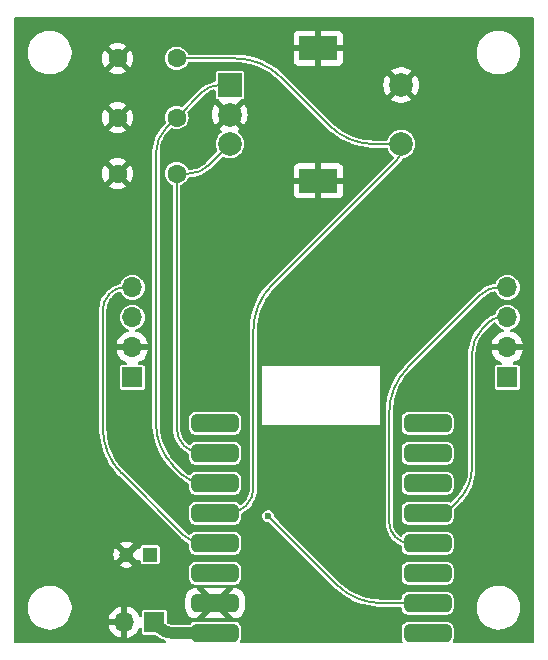
<source format=gbr>
%TF.GenerationSoftware,KiCad,Pcbnew,8.0.7*%
%TF.CreationDate,2025-02-03T11:19:23+09:00*%
%TF.ProjectId,rusty-hangulclock,72757374-792d-4686-916e-67756c636c6f,rev?*%
%TF.SameCoordinates,Original*%
%TF.FileFunction,Copper,L1,Top*%
%TF.FilePolarity,Positive*%
%FSLAX46Y46*%
G04 Gerber Fmt 4.6, Leading zero omitted, Abs format (unit mm)*
G04 Created by KiCad (PCBNEW 8.0.7) date 2025-02-03 11:19:23*
%MOMM*%
%LPD*%
G01*
G04 APERTURE LIST*
G04 Aperture macros list*
%AMRoundRect*
0 Rectangle with rounded corners*
0 $1 Rounding radius*
0 $2 $3 $4 $5 $6 $7 $8 $9 X,Y pos of 4 corners*
0 Add a 4 corners polygon primitive as box body*
4,1,4,$2,$3,$4,$5,$6,$7,$8,$9,$2,$3,0*
0 Add four circle primitives for the rounded corners*
1,1,$1+$1,$2,$3*
1,1,$1+$1,$4,$5*
1,1,$1+$1,$6,$7*
1,1,$1+$1,$8,$9*
0 Add four rect primitives between the rounded corners*
20,1,$1+$1,$2,$3,$4,$5,0*
20,1,$1+$1,$4,$5,$6,$7,0*
20,1,$1+$1,$6,$7,$8,$9,0*
20,1,$1+$1,$8,$9,$2,$3,0*%
G04 Aperture macros list end*
%TA.AperFunction,ComponentPad*%
%ADD10R,1.700000X1.700000*%
%TD*%
%TA.AperFunction,ComponentPad*%
%ADD11O,1.700000X1.700000*%
%TD*%
%TA.AperFunction,SMDPad,CuDef*%
%ADD12RoundRect,0.381000X1.619000X0.381000X-1.619000X0.381000X-1.619000X-0.381000X1.619000X-0.381000X0*%
%TD*%
%TA.AperFunction,ComponentPad*%
%ADD13C,1.600000*%
%TD*%
%TA.AperFunction,ComponentPad*%
%ADD14R,2.000000X2.000000*%
%TD*%
%TA.AperFunction,ComponentPad*%
%ADD15C,2.000000*%
%TD*%
%TA.AperFunction,ComponentPad*%
%ADD16R,3.200000X2.000000*%
%TD*%
%TA.AperFunction,ComponentPad*%
%ADD17R,1.200000X1.200000*%
%TD*%
%TA.AperFunction,ComponentPad*%
%ADD18C,1.200000*%
%TD*%
%TA.AperFunction,ViaPad*%
%ADD19C,0.600000*%
%TD*%
%TA.AperFunction,Conductor*%
%ADD20C,0.200000*%
%TD*%
%TA.AperFunction,Conductor*%
%ADD21C,1.000000*%
%TD*%
G04 APERTURE END LIST*
D10*
%TO.P,J1,1,Pin_1*%
%TO.N,+3V3*%
X163250000Y-116000000D03*
D11*
%TO.P,J1,2,Pin_2*%
%TO.N,GND*%
X163250000Y-113460000D03*
%TO.P,J1,3,Pin_3*%
%TO.N,Net-(ESP32-C3_SuperMini1-P9)*%
X163250000Y-110920000D03*
%TO.P,J1,4,Pin_4*%
%TO.N,Net-(ESP32-C3_SuperMini1-P8)*%
X163250000Y-108380000D03*
%TD*%
D10*
%TO.P,J3,1,Pin_1*%
%TO.N,+5V*%
X133355000Y-136725686D03*
D11*
%TO.P,J3,2,Pin_2*%
%TO.N,GND*%
X130815000Y-136725686D03*
%TD*%
D12*
%TO.P,ESP32-C3_SuperMini1,0,P0*%
%TO.N,unconnected-(ESP32-C3_SuperMini1-P0-Pad0)*%
X138500000Y-119880000D03*
%TO.P,ESP32-C3_SuperMini1,1,P1*%
%TO.N,Net-(ESP32-C3_SuperMini1-P1)*%
X138500000Y-122420000D03*
%TO.P,ESP32-C3_SuperMini1,2,P2*%
%TO.N,Net-(ESP32-C3_SuperMini1-P2)*%
X138500000Y-124960000D03*
%TO.P,ESP32-C3_SuperMini1,3,P3*%
%TO.N,Net-(ESP32-C3_SuperMini1-P3)*%
X138500000Y-127500000D03*
%TO.P,ESP32-C3_SuperMini1,3V3,3V3*%
%TO.N,+3V3*%
X138500000Y-132580000D03*
%TO.P,ESP32-C3_SuperMini1,4,P4*%
%TO.N,Net-(ESP32-C3_SuperMini1-P4)*%
X138500000Y-130040000D03*
%TO.P,ESP32-C3_SuperMini1,5,P5*%
%TO.N,unconnected-(ESP32-C3_SuperMini1-P5-Pad5)*%
X156500000Y-137660000D03*
%TO.P,ESP32-C3_SuperMini1,5V,5V*%
%TO.N,+5V*%
X138500000Y-137640000D03*
%TO.P,ESP32-C3_SuperMini1,6,P6*%
%TO.N,Net-(ESP32-C3_SuperMini1-P6)*%
X156500000Y-135120000D03*
%TO.P,ESP32-C3_SuperMini1,7,P7*%
%TO.N,unconnected-(ESP32-C3_SuperMini1-P7-Pad7)*%
X156500000Y-132580000D03*
%TO.P,ESP32-C3_SuperMini1,8,P8*%
%TO.N,Net-(ESP32-C3_SuperMini1-P8)*%
X156500000Y-130040000D03*
%TO.P,ESP32-C3_SuperMini1,9,P9*%
%TO.N,Net-(ESP32-C3_SuperMini1-P9)*%
X156500000Y-127500000D03*
%TO.P,ESP32-C3_SuperMini1,10,P10*%
%TO.N,unconnected-(ESP32-C3_SuperMini1-P10-Pad10)*%
X156500000Y-124960000D03*
%TO.P,ESP32-C3_SuperMini1,20,P20*%
%TO.N,unconnected-(ESP32-C3_SuperMini1-P20-Pad20)*%
X156500000Y-122420000D03*
%TO.P,ESP32-C3_SuperMini1,21,P21*%
%TO.N,unconnected-(ESP32-C3_SuperMini1-P21-Pad21)*%
X156500000Y-119880000D03*
%TO.P,ESP32-C3_SuperMini1,G,GND*%
%TO.N,GND*%
X138500000Y-135120000D03*
%TD*%
D13*
%TO.P,C4,1*%
%TO.N,Net-(ESP32-C3_SuperMini1-P3)*%
X135250000Y-89000000D03*
%TO.P,C4,2*%
%TO.N,GND*%
X130250000Y-89000000D03*
%TD*%
D14*
%TO.P,SW1,A,A*%
%TO.N,Net-(ESP32-C3_SuperMini1-P2)*%
X139750000Y-91250000D03*
D15*
%TO.P,SW1,B,B*%
%TO.N,Net-(ESP32-C3_SuperMini1-P1)*%
X139750000Y-96250000D03*
%TO.P,SW1,C,C*%
%TO.N,GND*%
X139750000Y-93750000D03*
D16*
%TO.P,SW1,MP,MP*%
X147250000Y-88150000D03*
X147250000Y-99350000D03*
D15*
%TO.P,SW1,S1,S1*%
%TO.N,Net-(ESP32-C3_SuperMini1-P3)*%
X154250000Y-96250000D03*
%TO.P,SW1,S2,S2*%
%TO.N,GND*%
X154250000Y-91250000D03*
%TD*%
D13*
%TO.P,C2,1*%
%TO.N,Net-(ESP32-C3_SuperMini1-P1)*%
X135250000Y-98750000D03*
%TO.P,C2,2*%
%TO.N,GND*%
X130250000Y-98750000D03*
%TD*%
D10*
%TO.P,J2,1,Pin_1*%
%TO.N,+5V*%
X131500000Y-116000000D03*
D11*
%TO.P,J2,2,Pin_2*%
%TO.N,GND*%
X131500000Y-113460000D03*
%TO.P,J2,3,Pin_3*%
%TO.N,Net-(ESP32-C3_SuperMini1-P6)*%
X131500000Y-110920000D03*
%TO.P,J2,4,Pin_4*%
%TO.N,Net-(ESP32-C3_SuperMini1-P4)*%
X131500000Y-108380000D03*
%TD*%
D17*
%TO.P,C1,1*%
%TO.N,+5V*%
X133000000Y-131000000D03*
D18*
%TO.P,C1,2*%
%TO.N,GND*%
X131000000Y-131000000D03*
%TD*%
D13*
%TO.P,C3,1*%
%TO.N,Net-(ESP32-C3_SuperMini1-P2)*%
X135250000Y-94000000D03*
%TO.P,C3,2*%
%TO.N,GND*%
X130250000Y-94000000D03*
%TD*%
D19*
%TO.N,GND*%
X138500000Y-135120000D03*
%TO.N,+3V3*%
X138500000Y-132580000D03*
%TO.N,Net-(ESP32-C3_SuperMini1-P6)*%
X143000000Y-127750000D03*
%TD*%
D20*
%TO.N,Net-(ESP32-C3_SuperMini1-P3)*%
X141750000Y-125366116D02*
G75*
G02*
X141124995Y-126874995I-2133900J16D01*
G01*
X144093792Y-90593792D02*
G75*
G03*
X140246036Y-88999989I-3847792J-3847808D01*
G01*
X148159009Y-94659009D02*
G75*
G03*
X152000000Y-96249994I3840991J3841009D01*
G01*
X154250000Y-96750000D02*
G75*
G03*
X153750000Y-96250000I-500000J0D01*
G01*
X154250000Y-96750000D02*
G75*
G02*
X153896445Y-97603552I-1207100J0D01*
G01*
X143343792Y-108156207D02*
G75*
G03*
X141749959Y-112003963I3847708J-3847793D01*
G01*
X141125000Y-126875000D02*
G75*
G02*
X139616116Y-127500007I-1508900J1508900D01*
G01*
%TO.N,Net-(ESP32-C3_SuperMini1-P4)*%
X129000000Y-120286036D02*
G75*
G03*
X130593800Y-124133784I5441600J36D01*
G01*
X129559999Y-108939999D02*
G75*
G03*
X128999953Y-110291959I1351901J-1352001D01*
G01*
X130810000Y-108380000D02*
G75*
G03*
X129632098Y-108867905I0J-1665800D01*
G01*
X135792893Y-129332893D02*
G75*
G03*
X137500000Y-130040004I1707107J1707093D01*
G01*
%TO.N,Net-(ESP32-C3_SuperMini1-P6)*%
X148776207Y-133526207D02*
G75*
G03*
X152623963Y-135120011I3847793J3847807D01*
G01*
%TO.N,Net-(ESP32-C3_SuperMini1-P2)*%
X138875000Y-91250000D02*
G75*
G03*
X137381289Y-91868726I0J-2112400D01*
G01*
X138288460Y-124960000D02*
X138288460Y-124960000D01*
X135738751Y-124238751D02*
G75*
G03*
X137480000Y-124959999I1741249J1741251D01*
G01*
X134375000Y-94875000D02*
G75*
G03*
X133500015Y-96987436I2112400J-2112400D01*
G01*
X133500000Y-119906963D02*
G75*
G03*
X134979989Y-123480011I5053000J-37D01*
G01*
%TO.N,Net-(ESP32-C3_SuperMini1-P9)*%
X162665000Y-110920000D02*
G75*
G03*
X161666346Y-111333661I0J-1412300D01*
G01*
X160250000Y-123659009D02*
G75*
G02*
X159124997Y-126374997I-3841000J9D01*
G01*
X158530330Y-126969669D02*
G75*
G02*
X157250000Y-127499988I-1280330J1280369D01*
G01*
X161165000Y-111835000D02*
G75*
G03*
X160250002Y-114044005I2209000J-2209000D01*
G01*
%TO.N,Net-(ESP32-C3_SuperMini1-P8)*%
X153770000Y-129520000D02*
G75*
G03*
X155025391Y-130040004I1255400J1255400D01*
G01*
X154843792Y-115156207D02*
G75*
G03*
X153249959Y-119003963I3847708J-3847793D01*
G01*
X153250000Y-128264608D02*
G75*
G03*
X153770003Y-129519997I1775400J8D01*
G01*
X162435000Y-108380000D02*
G75*
G03*
X161043704Y-108956289I0J-1967600D01*
G01*
%TO.N,Net-(ESP32-C3_SuperMini1-P1)*%
X135250000Y-120286116D02*
G75*
G03*
X135875005Y-121794995I2133900J16D01*
G01*
X137957106Y-98042893D02*
G75*
G02*
X136250000Y-98750003I-1707106J1707093D01*
G01*
X135875000Y-121795000D02*
G75*
G03*
X137383883Y-122420007I1508900J1508900D01*
G01*
D21*
%TO.N,+5V*%
X133812157Y-137182843D02*
G75*
G03*
X134915831Y-137639987I1103643J1103643D01*
G01*
X134915831Y-137640000D02*
X138500000Y-137640000D01*
X133812157Y-137182843D02*
X133355000Y-136725686D01*
D20*
%TO.N,Net-(ESP32-C3_SuperMini1-P1)*%
X135250000Y-98750000D02*
X135250000Y-120286116D01*
X135250000Y-98750000D02*
X136250000Y-98750000D01*
X137957106Y-98042893D02*
X139750000Y-96250000D01*
X137383883Y-122420000D02*
X138500000Y-122420000D01*
%TO.N,Net-(ESP32-C3_SuperMini1-P8)*%
X154843792Y-115156207D02*
X161043707Y-108956292D01*
X155025391Y-130040000D02*
X156500000Y-130040000D01*
X153250000Y-119003963D02*
X153250000Y-128264608D01*
X162435000Y-108380000D02*
X163250000Y-108380000D01*
%TO.N,Net-(ESP32-C3_SuperMini1-P9)*%
X162665000Y-110920000D02*
X163250000Y-110920000D01*
X161666342Y-111333657D02*
X161165000Y-111835000D01*
X159124999Y-126374999D02*
X158530330Y-126969669D01*
X160250000Y-123659009D02*
X160250000Y-114044005D01*
X157250000Y-127500000D02*
X156500000Y-127500000D01*
%TO.N,Net-(ESP32-C3_SuperMini1-P2)*%
X137381281Y-91868718D02*
X135250000Y-94000000D01*
X138288460Y-124960000D02*
X137480000Y-124960000D01*
X138288460Y-124960000D02*
X138076920Y-124960000D01*
X133500000Y-96987436D02*
X133500000Y-119906963D01*
X135250000Y-94000000D02*
X134375000Y-94875000D01*
X135738751Y-124238751D02*
X134980000Y-123480000D01*
X138875000Y-91250000D02*
X139750000Y-91250000D01*
%TO.N,Net-(ESP32-C3_SuperMini1-P6)*%
X152623963Y-135120000D02*
X156500000Y-135120000D01*
X143000000Y-127750000D02*
X148776207Y-133526207D01*
%TO.N,Net-(ESP32-C3_SuperMini1-P4)*%
X137500000Y-130040000D02*
X138500000Y-130040000D01*
X129000000Y-120286036D02*
X129000000Y-110291959D01*
X129559999Y-108939999D02*
X129632096Y-108867903D01*
X130593792Y-124133792D02*
X135792893Y-129332893D01*
X130810000Y-108380000D02*
X131500000Y-108380000D01*
%TO.N,Net-(ESP32-C3_SuperMini1-P3)*%
X139616116Y-127500000D02*
X138500000Y-127500000D01*
X144093792Y-90593792D02*
X148159009Y-94659009D01*
X141750000Y-125366116D02*
X141750000Y-112003963D01*
X152000000Y-96250000D02*
X153750000Y-96250000D01*
X140246036Y-89000000D02*
X135250000Y-89000000D01*
X153896446Y-97603553D02*
X143343792Y-108156207D01*
%TD*%
%TA.AperFunction,Conductor*%
%TO.N,GND*%
G36*
X165442539Y-85520185D02*
G01*
X165488294Y-85572989D01*
X165499500Y-85624500D01*
X165499500Y-138375500D01*
X165479815Y-138442539D01*
X165427011Y-138488294D01*
X165375500Y-138499500D01*
X158744073Y-138499500D01*
X158677034Y-138479815D01*
X158631279Y-138427011D01*
X158621335Y-138357853D01*
X158629512Y-138328047D01*
X158643690Y-138293819D01*
X158685533Y-138192802D01*
X158700500Y-138079116D01*
X158700500Y-137240884D01*
X158685533Y-137127198D01*
X158626939Y-136985741D01*
X158533731Y-136864269D01*
X158412259Y-136771061D01*
X158412258Y-136771060D01*
X158295593Y-136722736D01*
X158270802Y-136712467D01*
X158256591Y-136710596D01*
X158157123Y-136697500D01*
X158157116Y-136697500D01*
X154842884Y-136697500D01*
X154842876Y-136697500D01*
X154729198Y-136712467D01*
X154729197Y-136712467D01*
X154587741Y-136771060D01*
X154466269Y-136864269D01*
X154373060Y-136985741D01*
X154314467Y-137127197D01*
X154314467Y-137127198D01*
X154299500Y-137240876D01*
X154299500Y-138079123D01*
X154314467Y-138192801D01*
X154314467Y-138192802D01*
X154370488Y-138328047D01*
X154377957Y-138397516D01*
X154346682Y-138459996D01*
X154286593Y-138495648D01*
X154255927Y-138499500D01*
X140734765Y-138499500D01*
X140667726Y-138479815D01*
X140621971Y-138427011D01*
X140612027Y-138357853D01*
X140624429Y-138322016D01*
X140623829Y-138321768D01*
X140640197Y-138282249D01*
X140685533Y-138172802D01*
X140700500Y-138059116D01*
X140700500Y-137220884D01*
X140685533Y-137107198D01*
X140626939Y-136965741D01*
X140533731Y-136844269D01*
X140412259Y-136751061D01*
X140412258Y-136751060D01*
X140296030Y-136702917D01*
X140270802Y-136692467D01*
X140256591Y-136690596D01*
X140157123Y-136677500D01*
X140157116Y-136677500D01*
X136842884Y-136677500D01*
X136842876Y-136677500D01*
X136729198Y-136692467D01*
X136729197Y-136692467D01*
X136587741Y-136751060D01*
X136466269Y-136844269D01*
X136430422Y-136890986D01*
X136373994Y-136932189D01*
X136332046Y-136939500D01*
X135002355Y-136939500D01*
X135002339Y-136939499D01*
X134920688Y-136939499D01*
X134910962Y-136939117D01*
X134790959Y-136929675D01*
X134771740Y-136926631D01*
X134659457Y-136899676D01*
X134640950Y-136893664D01*
X134534251Y-136849469D01*
X134516913Y-136840634D01*
X134464710Y-136808644D01*
X134417835Y-136756833D01*
X134405500Y-136702917D01*
X134405500Y-135855935D01*
X134405499Y-135855933D01*
X134393868Y-135797456D01*
X134393867Y-135797455D01*
X134349552Y-135731133D01*
X134283230Y-135686818D01*
X134283229Y-135686817D01*
X134224752Y-135675186D01*
X134224748Y-135675186D01*
X132485252Y-135675186D01*
X132485247Y-135675186D01*
X132426770Y-135686817D01*
X132426769Y-135686818D01*
X132360447Y-135731133D01*
X132316132Y-135797455D01*
X132316131Y-135797456D01*
X132304500Y-135855933D01*
X132304500Y-136166229D01*
X132284815Y-136233268D01*
X132232011Y-136279023D01*
X132162853Y-136288967D01*
X132099297Y-136259942D01*
X132068118Y-136218634D01*
X131988600Y-136048108D01*
X131988599Y-136048106D01*
X131853113Y-135854612D01*
X131853108Y-135854606D01*
X131686082Y-135687580D01*
X131492578Y-135552085D01*
X131278492Y-135452256D01*
X131278486Y-135452253D01*
X131065000Y-135395050D01*
X131065000Y-136292674D01*
X131007993Y-136259761D01*
X130880826Y-136225686D01*
X130749174Y-136225686D01*
X130622007Y-136259761D01*
X130565000Y-136292674D01*
X130565000Y-135395050D01*
X130564999Y-135395050D01*
X130351513Y-135452253D01*
X130351507Y-135452256D01*
X130137422Y-135552085D01*
X130137420Y-135552086D01*
X129943926Y-135687572D01*
X129943920Y-135687577D01*
X129776891Y-135854606D01*
X129776886Y-135854612D01*
X129641400Y-136048106D01*
X129641399Y-136048108D01*
X129541570Y-136262193D01*
X129541567Y-136262199D01*
X129484364Y-136475685D01*
X129484364Y-136475686D01*
X130381988Y-136475686D01*
X130349075Y-136532693D01*
X130315000Y-136659860D01*
X130315000Y-136791512D01*
X130349075Y-136918679D01*
X130381988Y-136975686D01*
X129484364Y-136975686D01*
X129541567Y-137189172D01*
X129541570Y-137189178D01*
X129641399Y-137403264D01*
X129776894Y-137596768D01*
X129943917Y-137763791D01*
X130137421Y-137899286D01*
X130351507Y-137999115D01*
X130351516Y-137999119D01*
X130565000Y-138056320D01*
X130565000Y-137158698D01*
X130622007Y-137191611D01*
X130749174Y-137225686D01*
X130880826Y-137225686D01*
X131007993Y-137191611D01*
X131065000Y-137158698D01*
X131065000Y-138056319D01*
X131278483Y-137999119D01*
X131278492Y-137999115D01*
X131492578Y-137899286D01*
X131686082Y-137763791D01*
X131853105Y-137596768D01*
X131988599Y-137403264D01*
X132068118Y-137232737D01*
X132114290Y-137180298D01*
X132181484Y-137161146D01*
X132248365Y-137181362D01*
X132293699Y-137234527D01*
X132304500Y-137285142D01*
X132304500Y-137595438D01*
X132316131Y-137653915D01*
X132316132Y-137653916D01*
X132360447Y-137720238D01*
X132426769Y-137764553D01*
X132426770Y-137764554D01*
X132485247Y-137776185D01*
X132485250Y-137776186D01*
X132485252Y-137776186D01*
X133373521Y-137776186D01*
X133440560Y-137795871D01*
X133450829Y-137803236D01*
X133605197Y-137926339D01*
X133820257Y-138061469D01*
X134049095Y-138171669D01*
X134049098Y-138171670D01*
X134049100Y-138171671D01*
X134109489Y-138192801D01*
X134288833Y-138255554D01*
X134288842Y-138255556D01*
X134291582Y-138256346D01*
X134350553Y-138293819D01*
X134379902Y-138357226D01*
X134370312Y-138426434D01*
X134324828Y-138479471D01*
X134257890Y-138499498D01*
X134257256Y-138499500D01*
X121624500Y-138499500D01*
X121557461Y-138479815D01*
X121511706Y-138427011D01*
X121500500Y-138375500D01*
X121500500Y-135378711D01*
X122649500Y-135378711D01*
X122649500Y-135621288D01*
X122681161Y-135861785D01*
X122743947Y-136096104D01*
X122836773Y-136320205D01*
X122836776Y-136320212D01*
X122958064Y-136530289D01*
X122958066Y-136530292D01*
X122958067Y-136530293D01*
X123105733Y-136722736D01*
X123105739Y-136722743D01*
X123277256Y-136894260D01*
X123277263Y-136894266D01*
X123383372Y-136975686D01*
X123469711Y-137041936D01*
X123679788Y-137163224D01*
X123903900Y-137256054D01*
X124138211Y-137318838D01*
X124318586Y-137342584D01*
X124378711Y-137350500D01*
X124378712Y-137350500D01*
X124621289Y-137350500D01*
X124669388Y-137344167D01*
X124861789Y-137318838D01*
X125096100Y-137256054D01*
X125320212Y-137163224D01*
X125530289Y-137041936D01*
X125722738Y-136894265D01*
X125894265Y-136722738D01*
X126041936Y-136530289D01*
X126163224Y-136320212D01*
X126256054Y-136096100D01*
X126318838Y-135861789D01*
X126350500Y-135621288D01*
X126350500Y-135378712D01*
X126318838Y-135138211D01*
X126256054Y-134903900D01*
X126163224Y-134679788D01*
X126153182Y-134662395D01*
X136000000Y-134662395D01*
X136000000Y-135577605D01*
X136000001Y-135577609D01*
X136002917Y-135620632D01*
X136002917Y-135620634D01*
X136049165Y-135806602D01*
X136134307Y-135978275D01*
X136254365Y-136127633D01*
X136254366Y-136127634D01*
X136403725Y-136247692D01*
X136403724Y-136247692D01*
X136575397Y-136332834D01*
X136761361Y-136379081D01*
X136761357Y-136379081D01*
X136804395Y-136381999D01*
X136978000Y-136381999D01*
X136978000Y-136381998D01*
X137591552Y-136381998D01*
X137591553Y-136381999D01*
X139408447Y-136381999D01*
X139408447Y-136381998D01*
X138500000Y-135473552D01*
X137591552Y-136381998D01*
X136978000Y-136381998D01*
X136986010Y-136362660D01*
X136985421Y-136361581D01*
X136990405Y-136291889D01*
X137018906Y-136247542D01*
X138146448Y-135120000D01*
X138146447Y-135119999D01*
X138853551Y-135119999D01*
X139981093Y-136247541D01*
X140014578Y-136308864D01*
X140011210Y-136355951D01*
X140022000Y-136381999D01*
X140195607Y-136381999D01*
X140195609Y-136381998D01*
X140238632Y-136379082D01*
X140238634Y-136379082D01*
X140424602Y-136332834D01*
X140596275Y-136247692D01*
X140745633Y-136127634D01*
X140745634Y-136127633D01*
X140865692Y-135978275D01*
X140950834Y-135806602D01*
X140997081Y-135620640D01*
X140999999Y-135577604D01*
X140999999Y-134662394D01*
X140999998Y-134662390D01*
X140997082Y-134619367D01*
X140997082Y-134619365D01*
X140950834Y-134433397D01*
X140865692Y-134261724D01*
X140745634Y-134112366D01*
X140745633Y-134112365D01*
X140596274Y-133992307D01*
X140596275Y-133992307D01*
X140424602Y-133907165D01*
X140238638Y-133860918D01*
X140238642Y-133860918D01*
X140195605Y-133858000D01*
X140021999Y-133858000D01*
X140013988Y-133877338D01*
X140014578Y-133878418D01*
X140009594Y-133948110D01*
X139981093Y-133992457D01*
X138853551Y-135119999D01*
X138146447Y-135119999D01*
X137018904Y-133992456D01*
X136985419Y-133931133D01*
X136988786Y-133884044D01*
X136977998Y-133858000D01*
X137591551Y-133858000D01*
X138499999Y-134766447D01*
X139408446Y-133858000D01*
X137591551Y-133858000D01*
X136977998Y-133858000D01*
X136804394Y-133858000D01*
X136804390Y-133858001D01*
X136761367Y-133860917D01*
X136761365Y-133860917D01*
X136575397Y-133907165D01*
X136403724Y-133992307D01*
X136254366Y-134112365D01*
X136254365Y-134112366D01*
X136134307Y-134261724D01*
X136049165Y-134433397D01*
X136002918Y-134619359D01*
X136000000Y-134662395D01*
X126153182Y-134662395D01*
X126041936Y-134469711D01*
X125894265Y-134277262D01*
X125894260Y-134277256D01*
X125722743Y-134105739D01*
X125722736Y-134105733D01*
X125530293Y-133958067D01*
X125530292Y-133958066D01*
X125530289Y-133958064D01*
X125320212Y-133836776D01*
X125320205Y-133836773D01*
X125096104Y-133743947D01*
X124950887Y-133705036D01*
X124861789Y-133681162D01*
X124861788Y-133681161D01*
X124861785Y-133681161D01*
X124621289Y-133649500D01*
X124621288Y-133649500D01*
X124378712Y-133649500D01*
X124378711Y-133649500D01*
X124138214Y-133681161D01*
X123903895Y-133743947D01*
X123679794Y-133836773D01*
X123679785Y-133836777D01*
X123469706Y-133958067D01*
X123277263Y-134105733D01*
X123277256Y-134105739D01*
X123105739Y-134277256D01*
X123105733Y-134277263D01*
X122958067Y-134469706D01*
X122836777Y-134679785D01*
X122836773Y-134679794D01*
X122743947Y-134903895D01*
X122681161Y-135138214D01*
X122649500Y-135378711D01*
X121500500Y-135378711D01*
X121500500Y-132160876D01*
X136299500Y-132160876D01*
X136299500Y-132999123D01*
X136314467Y-133112801D01*
X136314467Y-133112802D01*
X136373060Y-133254258D01*
X136373061Y-133254259D01*
X136466269Y-133375731D01*
X136587741Y-133468939D01*
X136729198Y-133527533D01*
X136842884Y-133542500D01*
X136842891Y-133542500D01*
X140157109Y-133542500D01*
X140157116Y-133542500D01*
X140270802Y-133527533D01*
X140412259Y-133468939D01*
X140533731Y-133375731D01*
X140626939Y-133254259D01*
X140685533Y-133112802D01*
X140700500Y-132999116D01*
X140700500Y-132160884D01*
X140685533Y-132047198D01*
X140626939Y-131905741D01*
X140533731Y-131784269D01*
X140412259Y-131691061D01*
X140412258Y-131691060D01*
X140329395Y-131656737D01*
X140270802Y-131632467D01*
X140256591Y-131630596D01*
X140157123Y-131617500D01*
X140157116Y-131617500D01*
X136842884Y-131617500D01*
X136842876Y-131617500D01*
X136729198Y-131632467D01*
X136729197Y-131632467D01*
X136587741Y-131691060D01*
X136466269Y-131784269D01*
X136373060Y-131905741D01*
X136314467Y-132047197D01*
X136314467Y-132047198D01*
X136299500Y-132160876D01*
X121500500Y-132160876D01*
X121500500Y-131934240D01*
X130419311Y-131934240D01*
X130507585Y-131988897D01*
X130697678Y-132062539D01*
X130898072Y-132100000D01*
X131101928Y-132100000D01*
X131302322Y-132062539D01*
X131492412Y-131988899D01*
X131492416Y-131988897D01*
X131580686Y-131934241D01*
X131580686Y-131934240D01*
X131000001Y-131353553D01*
X131000000Y-131353553D01*
X130419311Y-131934240D01*
X121500500Y-131934240D01*
X121500500Y-130999999D01*
X129895287Y-130999999D01*
X129895287Y-131000000D01*
X129914096Y-131202989D01*
X129914097Y-131202992D01*
X129969883Y-131399063D01*
X129969886Y-131399069D01*
X130060751Y-131581551D01*
X130062533Y-131583911D01*
X130646446Y-131000000D01*
X130606950Y-130960504D01*
X130700000Y-130960504D01*
X130700000Y-131039496D01*
X130720444Y-131115796D01*
X130759940Y-131184205D01*
X130815795Y-131240060D01*
X130884204Y-131279556D01*
X130960504Y-131300000D01*
X131039496Y-131300000D01*
X131115796Y-131279556D01*
X131184205Y-131240060D01*
X131240060Y-131184205D01*
X131279556Y-131115796D01*
X131300000Y-131039496D01*
X131300000Y-131000000D01*
X131353553Y-131000000D01*
X131937465Y-131583912D01*
X131939246Y-131581554D01*
X131964499Y-131530840D01*
X132012002Y-131479603D01*
X132079665Y-131462181D01*
X132146005Y-131484106D01*
X132189961Y-131538417D01*
X132199500Y-131586111D01*
X132199500Y-131619752D01*
X132211131Y-131678229D01*
X132211132Y-131678230D01*
X132255447Y-131744552D01*
X132321769Y-131788867D01*
X132321770Y-131788868D01*
X132380247Y-131800499D01*
X132380250Y-131800500D01*
X132380252Y-131800500D01*
X133619750Y-131800500D01*
X133619751Y-131800499D01*
X133634568Y-131797552D01*
X133678229Y-131788868D01*
X133678229Y-131788867D01*
X133678231Y-131788867D01*
X133744552Y-131744552D01*
X133788867Y-131678231D01*
X133788867Y-131678229D01*
X133788868Y-131678229D01*
X133800499Y-131619752D01*
X133800500Y-131619750D01*
X133800500Y-130380249D01*
X133800499Y-130380247D01*
X133788868Y-130321770D01*
X133788867Y-130321769D01*
X133744552Y-130255447D01*
X133678230Y-130211132D01*
X133678229Y-130211131D01*
X133619752Y-130199500D01*
X133619748Y-130199500D01*
X132380252Y-130199500D01*
X132380247Y-130199500D01*
X132321770Y-130211131D01*
X132321769Y-130211132D01*
X132255447Y-130255447D01*
X132211132Y-130321769D01*
X132211131Y-130321770D01*
X132199500Y-130380247D01*
X132199500Y-130413888D01*
X132179815Y-130480927D01*
X132127011Y-130526682D01*
X132057853Y-130536626D01*
X131994297Y-130507601D01*
X131964500Y-130469160D01*
X131939249Y-130418449D01*
X131939247Y-130418447D01*
X131937465Y-130416087D01*
X131353553Y-131000000D01*
X131300000Y-131000000D01*
X131300000Y-130960504D01*
X131279556Y-130884204D01*
X131240060Y-130815795D01*
X131184205Y-130759940D01*
X131115796Y-130720444D01*
X131039496Y-130700000D01*
X130960504Y-130700000D01*
X130884204Y-130720444D01*
X130815795Y-130759940D01*
X130759940Y-130815795D01*
X130720444Y-130884204D01*
X130700000Y-130960504D01*
X130606950Y-130960504D01*
X130062533Y-130416087D01*
X130060755Y-130418442D01*
X130060754Y-130418443D01*
X129969886Y-130600930D01*
X129969883Y-130600936D01*
X129914097Y-130797007D01*
X129914096Y-130797010D01*
X129895287Y-130999999D01*
X121500500Y-130999999D01*
X121500500Y-130065758D01*
X130419311Y-130065758D01*
X131000000Y-130646446D01*
X131000001Y-130646446D01*
X131580687Y-130065758D01*
X131492413Y-130011101D01*
X131492411Y-130011100D01*
X131302321Y-129937460D01*
X131101928Y-129900000D01*
X130898072Y-129900000D01*
X130697678Y-129937460D01*
X130507588Y-130011100D01*
X130507581Y-130011104D01*
X130419312Y-130065757D01*
X130419311Y-130065758D01*
X121500500Y-130065758D01*
X121500500Y-120234696D01*
X128699490Y-120234696D01*
X128699491Y-120511636D01*
X128699492Y-120511648D01*
X128734895Y-120961456D01*
X128734897Y-120961472D01*
X128805481Y-121407111D01*
X128805483Y-121407119D01*
X128910818Y-121845863D01*
X129009637Y-122149995D01*
X129050251Y-122274989D01*
X129050255Y-122275001D01*
X129191340Y-122615606D01*
X129222923Y-122691854D01*
X129320595Y-122883544D01*
X129427772Y-123093891D01*
X129427779Y-123093902D01*
X129559554Y-123308939D01*
X129663527Y-123478607D01*
X129767016Y-123621048D01*
X129928736Y-123843637D01*
X129928747Y-123843651D01*
X130122972Y-124071060D01*
X130221780Y-124186749D01*
X130221787Y-124186756D01*
X130347944Y-124312913D01*
X130347959Y-124312930D01*
X130353331Y-124318302D01*
X130353332Y-124318303D01*
X130381304Y-124346275D01*
X130381305Y-124346277D01*
X130422024Y-124386996D01*
X130422030Y-124387001D01*
X135614646Y-129579617D01*
X135614682Y-129579648D01*
X135688211Y-129653177D01*
X135926600Y-129843287D01*
X136016858Y-129900000D01*
X136184773Y-130005509D01*
X136229299Y-130026951D01*
X136281160Y-130073772D01*
X136299500Y-130138672D01*
X136299500Y-130459123D01*
X136314467Y-130572801D01*
X136314467Y-130572802D01*
X136373060Y-130714258D01*
X136373061Y-130714259D01*
X136466269Y-130835731D01*
X136587741Y-130928939D01*
X136729198Y-130987533D01*
X136842884Y-131002500D01*
X136842891Y-131002500D01*
X140157109Y-131002500D01*
X140157116Y-131002500D01*
X140270802Y-130987533D01*
X140412259Y-130928939D01*
X140533731Y-130835731D01*
X140626939Y-130714259D01*
X140685533Y-130572802D01*
X140700500Y-130459116D01*
X140700500Y-129620884D01*
X140685533Y-129507198D01*
X140626939Y-129365741D01*
X140533731Y-129244269D01*
X140412259Y-129151061D01*
X140412258Y-129151060D01*
X140329395Y-129116737D01*
X140270802Y-129092467D01*
X140256591Y-129090596D01*
X140157123Y-129077500D01*
X140157116Y-129077500D01*
X136842884Y-129077500D01*
X136842876Y-129077500D01*
X136729198Y-129092467D01*
X136729197Y-129092467D01*
X136587741Y-129151060D01*
X136466270Y-129244267D01*
X136421883Y-129302115D01*
X136365455Y-129343317D01*
X136295709Y-129347472D01*
X136251754Y-129327758D01*
X136187797Y-129282378D01*
X136176939Y-129273719D01*
X136007909Y-129122663D01*
X136002861Y-129117890D01*
X130847002Y-123962031D01*
X130847000Y-123962028D01*
X130808025Y-123923053D01*
X130804650Y-123919543D01*
X130535568Y-123628452D01*
X130529245Y-123621048D01*
X130285374Y-123311698D01*
X130279651Y-123303822D01*
X130255391Y-123267514D01*
X130060782Y-122976262D01*
X130055706Y-122967978D01*
X129863224Y-122624277D01*
X129858805Y-122615606D01*
X129693878Y-122257853D01*
X129690152Y-122248858D01*
X129636766Y-122104151D01*
X129553796Y-121879252D01*
X129550798Y-121870023D01*
X129443861Y-121490860D01*
X129441597Y-121481429D01*
X129364735Y-121095026D01*
X129363219Y-121085452D01*
X129316911Y-120694217D01*
X129316150Y-120684545D01*
X129300596Y-120288730D01*
X129300500Y-120283861D01*
X129300500Y-113209999D01*
X130169364Y-113209999D01*
X130169364Y-113210000D01*
X131066988Y-113210000D01*
X131034075Y-113267007D01*
X131000000Y-113394174D01*
X131000000Y-113525826D01*
X131034075Y-113652993D01*
X131066988Y-113710000D01*
X130169364Y-113710000D01*
X130226567Y-113923486D01*
X130226570Y-113923492D01*
X130326399Y-114137578D01*
X130461894Y-114331082D01*
X130628917Y-114498105D01*
X130822421Y-114633600D01*
X130992948Y-114713118D01*
X131045387Y-114759290D01*
X131064539Y-114826484D01*
X131044323Y-114893365D01*
X130991158Y-114938700D01*
X130940543Y-114949500D01*
X130630247Y-114949500D01*
X130571770Y-114961131D01*
X130571769Y-114961132D01*
X130505447Y-115005447D01*
X130461132Y-115071769D01*
X130461131Y-115071770D01*
X130449500Y-115130247D01*
X130449500Y-116869752D01*
X130461131Y-116928229D01*
X130461132Y-116928230D01*
X130505447Y-116994552D01*
X130571769Y-117038867D01*
X130571770Y-117038868D01*
X130630247Y-117050499D01*
X130630250Y-117050500D01*
X130630252Y-117050500D01*
X132369750Y-117050500D01*
X132369751Y-117050499D01*
X132384568Y-117047552D01*
X132428229Y-117038868D01*
X132428229Y-117038867D01*
X132428231Y-117038867D01*
X132494552Y-116994552D01*
X132538867Y-116928231D01*
X132538867Y-116928229D01*
X132538868Y-116928229D01*
X132550499Y-116869752D01*
X132550500Y-116869750D01*
X132550500Y-115130249D01*
X132550499Y-115130247D01*
X132538868Y-115071770D01*
X132538867Y-115071769D01*
X132494552Y-115005447D01*
X132428230Y-114961132D01*
X132428229Y-114961131D01*
X132369752Y-114949500D01*
X132369748Y-114949500D01*
X132059457Y-114949500D01*
X131992418Y-114929815D01*
X131946663Y-114877011D01*
X131936719Y-114807853D01*
X131965744Y-114744297D01*
X132007052Y-114713118D01*
X132177578Y-114633600D01*
X132371082Y-114498105D01*
X132538105Y-114331082D01*
X132673600Y-114137578D01*
X132773429Y-113923492D01*
X132773432Y-113923486D01*
X132830636Y-113710000D01*
X131933012Y-113710000D01*
X131965925Y-113652993D01*
X132000000Y-113525826D01*
X132000000Y-113394174D01*
X131965925Y-113267007D01*
X131933012Y-113210000D01*
X132830636Y-113210000D01*
X132830635Y-113209999D01*
X132773432Y-112996513D01*
X132773429Y-112996507D01*
X132673600Y-112782422D01*
X132673599Y-112782420D01*
X132538113Y-112588926D01*
X132538108Y-112588920D01*
X132371082Y-112421894D01*
X132177578Y-112286399D01*
X131963492Y-112186570D01*
X131963486Y-112186567D01*
X131841349Y-112153841D01*
X131781689Y-112117476D01*
X131751160Y-112054629D01*
X131759455Y-111985253D01*
X131803940Y-111931375D01*
X131837444Y-111915407D01*
X131903954Y-111895232D01*
X132086450Y-111797685D01*
X132246410Y-111666410D01*
X132377685Y-111506450D01*
X132475232Y-111323954D01*
X132535300Y-111125934D01*
X132555583Y-110920000D01*
X132535300Y-110714066D01*
X132475232Y-110516046D01*
X132377685Y-110333550D01*
X132311082Y-110252393D01*
X132246410Y-110173589D01*
X132086452Y-110042317D01*
X132086453Y-110042317D01*
X132086450Y-110042315D01*
X131903954Y-109944768D01*
X131705934Y-109884700D01*
X131705932Y-109884699D01*
X131705934Y-109884699D01*
X131500000Y-109864417D01*
X131294067Y-109884699D01*
X131096043Y-109944769D01*
X130985898Y-110003643D01*
X130913550Y-110042315D01*
X130913548Y-110042316D01*
X130913547Y-110042317D01*
X130753589Y-110173589D01*
X130622317Y-110333547D01*
X130622315Y-110333550D01*
X130583643Y-110405898D01*
X130524769Y-110516043D01*
X130464699Y-110714067D01*
X130444417Y-110920000D01*
X130464699Y-111125932D01*
X130464700Y-111125934D01*
X130524768Y-111323954D01*
X130622315Y-111506450D01*
X130654888Y-111546141D01*
X130753589Y-111666410D01*
X130845055Y-111741473D01*
X130913550Y-111797685D01*
X131096046Y-111895232D01*
X131162551Y-111915405D01*
X131220989Y-111953702D01*
X131249446Y-112017514D01*
X131238887Y-112086581D01*
X131192663Y-112138975D01*
X131158650Y-112153841D01*
X131036514Y-112186567D01*
X131036507Y-112186570D01*
X130822422Y-112286399D01*
X130822420Y-112286400D01*
X130628926Y-112421886D01*
X130628920Y-112421891D01*
X130461891Y-112588920D01*
X130461886Y-112588926D01*
X130326400Y-112782420D01*
X130326399Y-112782422D01*
X130226570Y-112996507D01*
X130226567Y-112996513D01*
X130169364Y-113209999D01*
X129300500Y-113209999D01*
X129300500Y-110296021D01*
X129300766Y-110287908D01*
X129303094Y-110252397D01*
X129313759Y-110089744D01*
X129315876Y-110073664D01*
X129322112Y-110042317D01*
X129353834Y-109882857D01*
X129358028Y-109867208D01*
X129420566Y-109682995D01*
X129426772Y-109668014D01*
X129512818Y-109493543D01*
X129520929Y-109479496D01*
X129550273Y-109435583D01*
X129629012Y-109317749D01*
X129638884Y-109304886D01*
X129680282Y-109257685D01*
X129755736Y-109171652D01*
X129770314Y-109155030D01*
X129775843Y-109149125D01*
X129806133Y-109118839D01*
X129806133Y-109118837D01*
X129816336Y-109108636D01*
X129816340Y-109108630D01*
X129841702Y-109083267D01*
X129847591Y-109077750D01*
X129972761Y-108967977D01*
X129985607Y-108958122D01*
X130120590Y-108867930D01*
X130134630Y-108859823D01*
X130280240Y-108788016D01*
X130295211Y-108781815D01*
X130388924Y-108750003D01*
X130458732Y-108747095D01*
X130519032Y-108782389D01*
X130538138Y-108808968D01*
X130622315Y-108966450D01*
X130656969Y-109008677D01*
X130753589Y-109126410D01*
X130838537Y-109196124D01*
X130913550Y-109257685D01*
X131096046Y-109355232D01*
X131294066Y-109415300D01*
X131294065Y-109415300D01*
X131312529Y-109417118D01*
X131500000Y-109435583D01*
X131705934Y-109415300D01*
X131903954Y-109355232D01*
X132086450Y-109257685D01*
X132246410Y-109126410D01*
X132377685Y-108966450D01*
X132475232Y-108783954D01*
X132535300Y-108585934D01*
X132555583Y-108380000D01*
X132535300Y-108174066D01*
X132475232Y-107976046D01*
X132377685Y-107793550D01*
X132325702Y-107730209D01*
X132246410Y-107633589D01*
X132086452Y-107502317D01*
X132086453Y-107502317D01*
X132086450Y-107502315D01*
X131903954Y-107404768D01*
X131705934Y-107344700D01*
X131705932Y-107344699D01*
X131705934Y-107344699D01*
X131500000Y-107324417D01*
X131294067Y-107344699D01*
X131096043Y-107404769D01*
X130985898Y-107463643D01*
X130913550Y-107502315D01*
X130913548Y-107502316D01*
X130913547Y-107502317D01*
X130753589Y-107633589D01*
X130622317Y-107793547D01*
X130524767Y-107976046D01*
X130507208Y-108033931D01*
X130468910Y-108092370D01*
X130416141Y-108118826D01*
X130264799Y-108153369D01*
X130264786Y-108153373D01*
X130056347Y-108226310D01*
X130056333Y-108226316D01*
X129857363Y-108322135D01*
X129670362Y-108439636D01*
X129497688Y-108577339D01*
X129447587Y-108627440D01*
X129447587Y-108627441D01*
X129348007Y-108727020D01*
X129314141Y-108760885D01*
X129313674Y-108761416D01*
X129270302Y-108804787D01*
X129259693Y-108815395D01*
X129104763Y-109009655D01*
X129104754Y-109009668D01*
X129104753Y-109009670D01*
X129091752Y-109030359D01*
X128972541Y-109220066D01*
X128864709Y-109443965D01*
X128782636Y-109678494D01*
X128782631Y-109678511D01*
X128727334Y-109920754D01*
X128727331Y-109920769D01*
X128699502Y-110167702D01*
X128699500Y-110252395D01*
X128699500Y-110291955D01*
X128699499Y-110349534D01*
X128699500Y-110349547D01*
X128699500Y-120230832D01*
X128699499Y-120230850D01*
X128699499Y-120234666D01*
X128699490Y-120234696D01*
X121500500Y-120234696D01*
X121500500Y-98749997D01*
X128945034Y-98749997D01*
X128945034Y-98750002D01*
X128964858Y-98976599D01*
X128964860Y-98976610D01*
X129023730Y-99196317D01*
X129023735Y-99196331D01*
X129119863Y-99402478D01*
X129170974Y-99475472D01*
X129850000Y-98796446D01*
X129850000Y-98802661D01*
X129877259Y-98904394D01*
X129929920Y-98995606D01*
X130004394Y-99070080D01*
X130095606Y-99122741D01*
X130197339Y-99150000D01*
X130203553Y-99150000D01*
X129524526Y-99829025D01*
X129597513Y-99880132D01*
X129597521Y-99880136D01*
X129803668Y-99976264D01*
X129803682Y-99976269D01*
X130023389Y-100035139D01*
X130023400Y-100035141D01*
X130249998Y-100054966D01*
X130250002Y-100054966D01*
X130476599Y-100035141D01*
X130476610Y-100035139D01*
X130696317Y-99976269D01*
X130696331Y-99976264D01*
X130902478Y-99880136D01*
X130975471Y-99829024D01*
X130296447Y-99150000D01*
X130302661Y-99150000D01*
X130404394Y-99122741D01*
X130495606Y-99070080D01*
X130570080Y-98995606D01*
X130622741Y-98904394D01*
X130650000Y-98802661D01*
X130650000Y-98796447D01*
X131329024Y-99475471D01*
X131380136Y-99402478D01*
X131476264Y-99196331D01*
X131476269Y-99196317D01*
X131535139Y-98976610D01*
X131535141Y-98976599D01*
X131554966Y-98750002D01*
X131554966Y-98749997D01*
X131535141Y-98523400D01*
X131535139Y-98523389D01*
X131476269Y-98303682D01*
X131476264Y-98303668D01*
X131380136Y-98097521D01*
X131380132Y-98097513D01*
X131329025Y-98024526D01*
X130650000Y-98703551D01*
X130650000Y-98697339D01*
X130622741Y-98595606D01*
X130570080Y-98504394D01*
X130495606Y-98429920D01*
X130404394Y-98377259D01*
X130302661Y-98350000D01*
X130296445Y-98350000D01*
X130975472Y-97670974D01*
X130902478Y-97619863D01*
X130696331Y-97523735D01*
X130696317Y-97523730D01*
X130476610Y-97464860D01*
X130476599Y-97464858D01*
X130250002Y-97445034D01*
X130249998Y-97445034D01*
X130023400Y-97464858D01*
X130023389Y-97464860D01*
X129803682Y-97523730D01*
X129803673Y-97523734D01*
X129597516Y-97619866D01*
X129597512Y-97619868D01*
X129524526Y-97670973D01*
X129524526Y-97670974D01*
X130203553Y-98350000D01*
X130197339Y-98350000D01*
X130095606Y-98377259D01*
X130004394Y-98429920D01*
X129929920Y-98504394D01*
X129877259Y-98595606D01*
X129850000Y-98697339D01*
X129850000Y-98703552D01*
X129170974Y-98024526D01*
X129170973Y-98024526D01*
X129119868Y-98097512D01*
X129119866Y-98097516D01*
X129023734Y-98303673D01*
X129023730Y-98303682D01*
X128964860Y-98523389D01*
X128964858Y-98523400D01*
X128945034Y-98749997D01*
X121500500Y-98749997D01*
X121500500Y-96825916D01*
X133199498Y-96825916D01*
X133199500Y-96947874D01*
X133199500Y-119954289D01*
X133199513Y-119954508D01*
X133199513Y-120117309D01*
X133232515Y-120536674D01*
X133232516Y-120536686D01*
X133232517Y-120536687D01*
X133298323Y-120952190D01*
X133305005Y-120980023D01*
X133396524Y-121361237D01*
X133396531Y-121361260D01*
X133526523Y-121761340D01*
X133642422Y-122041149D01*
X133687510Y-122150002D01*
X133878495Y-122524833D01*
X134098300Y-122883524D01*
X134098304Y-122883530D01*
X134098314Y-122883544D01*
X134251407Y-123094259D01*
X134345570Y-123223863D01*
X134618781Y-123543752D01*
X134730983Y-123655955D01*
X134767513Y-123692485D01*
X134801169Y-123726140D01*
X135467678Y-124392649D01*
X135467680Y-124392653D01*
X135622240Y-124547213D01*
X135832093Y-124719435D01*
X135832099Y-124719439D01*
X136057822Y-124870263D01*
X136057831Y-124870268D01*
X136057833Y-124870269D01*
X136233953Y-124964407D01*
X136283797Y-125013369D01*
X136299500Y-125073765D01*
X136299500Y-125379123D01*
X136314467Y-125492801D01*
X136314467Y-125492802D01*
X136373060Y-125634258D01*
X136373061Y-125634259D01*
X136466269Y-125755731D01*
X136587741Y-125848939D01*
X136729198Y-125907533D01*
X136842884Y-125922500D01*
X136842891Y-125922500D01*
X140157109Y-125922500D01*
X140157116Y-125922500D01*
X140270802Y-125907533D01*
X140412259Y-125848939D01*
X140533731Y-125755731D01*
X140626939Y-125634259D01*
X140685533Y-125492802D01*
X140700500Y-125379116D01*
X140700500Y-124540884D01*
X140685533Y-124427198D01*
X140626939Y-124285741D01*
X140533731Y-124164269D01*
X140412259Y-124071061D01*
X140412258Y-124071060D01*
X140309711Y-124028584D01*
X140270802Y-124012467D01*
X140256591Y-124010596D01*
X140157123Y-123997500D01*
X140157116Y-123997500D01*
X136842884Y-123997500D01*
X136842876Y-123997500D01*
X136729198Y-124012467D01*
X136729197Y-124012467D01*
X136587741Y-124071060D01*
X136466268Y-124164269D01*
X136409451Y-124238315D01*
X136353023Y-124279517D01*
X136283277Y-124283672D01*
X136239324Y-124263959D01*
X136137686Y-124191843D01*
X136126829Y-124183185D01*
X135953830Y-124028584D01*
X135948776Y-124023805D01*
X135220460Y-123295489D01*
X135194197Y-123269225D01*
X135190824Y-123265716D01*
X135032001Y-123093902D01*
X134942483Y-122997062D01*
X134936165Y-122989665D01*
X134922416Y-122972225D01*
X134711168Y-122704258D01*
X134705448Y-122696384D01*
X134702420Y-122691853D01*
X134503543Y-122394211D01*
X134498457Y-122385912D01*
X134320873Y-122068810D01*
X134316456Y-122060140D01*
X134164306Y-121730098D01*
X134160584Y-121721112D01*
X134156697Y-121710576D01*
X134034795Y-121380143D01*
X134031790Y-121370893D01*
X134029073Y-121361260D01*
X133933140Y-121021101D01*
X133930870Y-121011643D01*
X133927561Y-120995008D01*
X133859970Y-120655193D01*
X133858449Y-120645587D01*
X133847640Y-120554259D01*
X133815733Y-120284663D01*
X133814971Y-120274964D01*
X133813539Y-120238520D01*
X133800596Y-119909019D01*
X133800500Y-119904150D01*
X133800501Y-119859371D01*
X133800500Y-119859367D01*
X133800500Y-97035030D01*
X133800501Y-97035027D01*
X133800500Y-96990909D01*
X133800695Y-96983959D01*
X133812050Y-96781723D01*
X133817002Y-96693526D01*
X133818556Y-96679736D01*
X133866696Y-96396383D01*
X133869783Y-96382859D01*
X133949350Y-96106669D01*
X133953936Y-96093563D01*
X134063916Y-95828042D01*
X134069947Y-95815519D01*
X134208971Y-95563971D01*
X134216352Y-95552225D01*
X134382677Y-95317810D01*
X134391318Y-95306973D01*
X134584978Y-95090267D01*
X134589741Y-95085231D01*
X134621137Y-95053834D01*
X134621136Y-95053834D01*
X134621140Y-95053831D01*
X134722619Y-94952350D01*
X134783942Y-94918866D01*
X134853634Y-94923850D01*
X134859612Y-94926549D01*
X134859641Y-94926482D01*
X134865260Y-94928809D01*
X134865268Y-94928811D01*
X134865273Y-94928814D01*
X135053868Y-94986024D01*
X135250000Y-95005341D01*
X135446132Y-94986024D01*
X135634727Y-94928814D01*
X135634737Y-94928809D01*
X135808532Y-94835913D01*
X135808538Y-94835910D01*
X135960883Y-94710883D01*
X136085910Y-94558538D01*
X136163772Y-94412868D01*
X136178811Y-94384733D01*
X136178811Y-94384732D01*
X136178814Y-94384727D01*
X136236024Y-94196132D01*
X136255341Y-94000000D01*
X136236024Y-93803868D01*
X136178814Y-93615273D01*
X136178811Y-93615268D01*
X136178809Y-93615260D01*
X136176482Y-93609641D01*
X136178596Y-93608765D01*
X136166431Y-93550358D01*
X136191427Y-93485112D01*
X136202344Y-93472625D01*
X137560113Y-92114857D01*
X137560115Y-92114856D01*
X137590899Y-92084070D01*
X137596800Y-92078543D01*
X137765856Y-91930282D01*
X137778709Y-91920418D01*
X137962285Y-91797754D01*
X137976311Y-91789657D01*
X138174322Y-91692006D01*
X138189293Y-91685805D01*
X138385642Y-91619152D01*
X138455450Y-91616243D01*
X138515750Y-91651537D01*
X138547397Y-91713829D01*
X138549500Y-91736572D01*
X138549500Y-92269752D01*
X138561131Y-92328229D01*
X138561132Y-92328230D01*
X138605447Y-92394552D01*
X138671769Y-92438867D01*
X138671770Y-92438868D01*
X138730247Y-92450499D01*
X138730250Y-92450500D01*
X138752717Y-92450500D01*
X138819756Y-92470185D01*
X138837071Y-92490168D01*
X138840397Y-92486843D01*
X139620591Y-93267037D01*
X139557007Y-93284075D01*
X139442993Y-93349901D01*
X139349901Y-93442993D01*
X139284075Y-93557007D01*
X139267037Y-93620591D01*
X138526563Y-92880117D01*
X138426267Y-93033633D01*
X138426265Y-93033637D01*
X138326412Y-93261282D01*
X138265387Y-93502261D01*
X138265385Y-93502270D01*
X138244859Y-93749994D01*
X138244859Y-93750005D01*
X138265385Y-93997729D01*
X138265387Y-93997738D01*
X138326412Y-94238717D01*
X138426267Y-94466367D01*
X138526562Y-94619881D01*
X139267037Y-93879408D01*
X139284075Y-93942993D01*
X139349901Y-94057007D01*
X139442993Y-94150099D01*
X139557007Y-94215925D01*
X139620591Y-94232962D01*
X138879943Y-94973609D01*
X138926768Y-95010055D01*
X138926771Y-95010057D01*
X139029597Y-95065703D01*
X139079188Y-95114922D01*
X139094296Y-95183139D01*
X139070126Y-95248694D01*
X139035862Y-95280182D01*
X139023441Y-95287873D01*
X139023437Y-95287876D01*
X138859020Y-95437761D01*
X138724943Y-95615308D01*
X138724938Y-95615316D01*
X138625775Y-95814461D01*
X138625769Y-95814476D01*
X138564885Y-96028462D01*
X138564884Y-96028464D01*
X138544357Y-96249999D01*
X138544357Y-96250000D01*
X138564884Y-96471535D01*
X138564885Y-96471538D01*
X138625768Y-96685523D01*
X138625771Y-96685529D01*
X138673670Y-96781723D01*
X138685931Y-96850509D01*
X138659058Y-96915004D01*
X138650351Y-96924676D01*
X137778276Y-97796751D01*
X137778270Y-97796755D01*
X137747082Y-97827944D01*
X137742029Y-97832722D01*
X137573070Y-97983715D01*
X137562197Y-97992385D01*
X137380244Y-98121488D01*
X137368471Y-98128886D01*
X137173203Y-98236809D01*
X137160673Y-98242843D01*
X136954550Y-98328221D01*
X136941426Y-98332814D01*
X136727034Y-98394580D01*
X136713477Y-98397674D01*
X136493527Y-98435045D01*
X136479709Y-98436602D01*
X136302372Y-98446561D01*
X136234334Y-98430666D01*
X136185690Y-98380511D01*
X136180855Y-98370202D01*
X136178815Y-98365279D01*
X136178814Y-98365273D01*
X136178810Y-98365265D01*
X136085913Y-98191467D01*
X136085909Y-98191460D01*
X135960883Y-98039116D01*
X135808539Y-97914090D01*
X135808532Y-97914086D01*
X135634733Y-97821188D01*
X135634727Y-97821186D01*
X135446132Y-97763976D01*
X135446129Y-97763975D01*
X135250000Y-97744659D01*
X135053870Y-97763975D01*
X134865266Y-97821188D01*
X134691467Y-97914086D01*
X134691460Y-97914090D01*
X134539116Y-98039116D01*
X134414090Y-98191460D01*
X134414086Y-98191467D01*
X134321188Y-98365266D01*
X134263975Y-98553870D01*
X134244659Y-98750000D01*
X134263975Y-98946129D01*
X134264699Y-98948515D01*
X134311729Y-99103553D01*
X134321188Y-99134733D01*
X134414086Y-99308532D01*
X134414090Y-99308539D01*
X134539116Y-99460883D01*
X134691460Y-99585909D01*
X134691467Y-99585913D01*
X134865273Y-99678814D01*
X134870897Y-99681144D01*
X134870020Y-99683260D01*
X134919917Y-99715945D01*
X134948387Y-99779751D01*
X134949500Y-99796328D01*
X134949500Y-120230913D01*
X134949499Y-120230931D01*
X134949499Y-120234750D01*
X134949494Y-120234767D01*
X134949494Y-120422833D01*
X134949495Y-120422834D01*
X134980108Y-120694522D01*
X134980109Y-120694531D01*
X134980110Y-120694535D01*
X135010467Y-120827533D01*
X135040952Y-120961095D01*
X135040954Y-120961104D01*
X135131259Y-121219176D01*
X135131261Y-121219180D01*
X135131262Y-121219183D01*
X135221764Y-121407111D01*
X135249899Y-121465533D01*
X135323401Y-121582510D01*
X135395368Y-121697044D01*
X135446644Y-121761342D01*
X135565844Y-121910814D01*
X135624518Y-121969488D01*
X135624539Y-121969511D01*
X135662513Y-122007485D01*
X135703210Y-122048181D01*
X135703270Y-122048232D01*
X135759189Y-122104151D01*
X135972959Y-122274627D01*
X136204473Y-122420098D01*
X136229298Y-122432052D01*
X136281159Y-122478872D01*
X136299500Y-122543774D01*
X136299500Y-122839123D01*
X136314467Y-122952801D01*
X136314467Y-122952802D01*
X136373060Y-123094258D01*
X136373061Y-123094259D01*
X136466269Y-123215731D01*
X136587741Y-123308939D01*
X136729198Y-123367533D01*
X136842884Y-123382500D01*
X136842891Y-123382500D01*
X140157109Y-123382500D01*
X140157116Y-123382500D01*
X140270802Y-123367533D01*
X140412259Y-123308939D01*
X140533731Y-123215731D01*
X140626939Y-123094259D01*
X140685533Y-122952802D01*
X140700500Y-122839116D01*
X140700500Y-122000884D01*
X140685533Y-121887198D01*
X140626939Y-121745741D01*
X140533731Y-121624269D01*
X140412259Y-121531061D01*
X140412258Y-121531060D01*
X140329395Y-121496737D01*
X140270802Y-121472467D01*
X140256591Y-121470596D01*
X140157123Y-121457500D01*
X140157116Y-121457500D01*
X136842884Y-121457500D01*
X136842876Y-121457500D01*
X136729198Y-121472467D01*
X136729197Y-121472467D01*
X136587741Y-121531060D01*
X136466268Y-121624269D01*
X136413656Y-121692835D01*
X136357228Y-121734037D01*
X136287482Y-121738192D01*
X136233522Y-121710576D01*
X136093566Y-121587838D01*
X136082097Y-121576369D01*
X136042362Y-121531060D01*
X135934718Y-121408316D01*
X135924847Y-121395451D01*
X135914625Y-121380153D01*
X135807068Y-121219183D01*
X135800641Y-121209564D01*
X135792531Y-121195517D01*
X135693650Y-120995008D01*
X135687443Y-120980023D01*
X135681020Y-120961103D01*
X135615579Y-120768322D01*
X135611382Y-120752657D01*
X135599820Y-120694534D01*
X135567765Y-120533385D01*
X135565649Y-120517307D01*
X135550766Y-120290262D01*
X135550500Y-120282151D01*
X135550500Y-119460876D01*
X136299500Y-119460876D01*
X136299500Y-120299123D01*
X136314467Y-120412801D01*
X136314467Y-120412802D01*
X136373060Y-120554258D01*
X136373061Y-120554259D01*
X136466269Y-120675731D01*
X136587741Y-120768939D01*
X136729198Y-120827533D01*
X136842884Y-120842500D01*
X136842891Y-120842500D01*
X140157109Y-120842500D01*
X140157116Y-120842500D01*
X140270802Y-120827533D01*
X140412259Y-120768939D01*
X140533731Y-120675731D01*
X140626939Y-120554259D01*
X140685533Y-120412802D01*
X140700500Y-120299116D01*
X140700500Y-119460884D01*
X140685533Y-119347198D01*
X140626939Y-119205741D01*
X140533731Y-119084269D01*
X140429071Y-119003961D01*
X140412258Y-118991060D01*
X140329395Y-118956737D01*
X140270802Y-118932467D01*
X140256591Y-118930596D01*
X140157123Y-118917500D01*
X140157116Y-118917500D01*
X136842884Y-118917500D01*
X136842876Y-118917500D01*
X136729198Y-118932467D01*
X136729197Y-118932467D01*
X136587741Y-118991060D01*
X136466269Y-119084269D01*
X136373060Y-119205741D01*
X136314467Y-119347197D01*
X136314467Y-119347198D01*
X136299500Y-119460876D01*
X135550500Y-119460876D01*
X135550500Y-99796328D01*
X135570185Y-99729289D01*
X135622989Y-99683534D01*
X135629131Y-99681212D01*
X135629103Y-99681144D01*
X135634723Y-99678815D01*
X135634727Y-99678814D01*
X135808538Y-99585910D01*
X135960883Y-99460883D01*
X136085910Y-99308538D01*
X136178814Y-99134727D01*
X136178815Y-99134723D01*
X136181144Y-99129103D01*
X136183252Y-99129976D01*
X136215984Y-99080053D01*
X136279801Y-99051609D01*
X136296328Y-99050503D01*
X136402459Y-99050503D01*
X136402459Y-99050502D01*
X136705448Y-99016363D01*
X137002714Y-98948514D01*
X137290513Y-98847808D01*
X137565228Y-98715512D01*
X137823402Y-98553289D01*
X138061790Y-98363180D01*
X138122815Y-98302155D01*
X145150000Y-98302155D01*
X145150000Y-99100000D01*
X145891759Y-99100000D01*
X145878822Y-99131233D01*
X145850000Y-99276131D01*
X145850000Y-99423869D01*
X145878822Y-99568767D01*
X145891759Y-99600000D01*
X145150000Y-99600000D01*
X145150000Y-100397844D01*
X145156401Y-100457372D01*
X145156403Y-100457379D01*
X145206645Y-100592086D01*
X145206649Y-100592093D01*
X145292809Y-100707187D01*
X145292812Y-100707190D01*
X145407906Y-100793350D01*
X145407913Y-100793354D01*
X145542620Y-100843596D01*
X145542627Y-100843598D01*
X145602155Y-100849999D01*
X145602172Y-100850000D01*
X147000000Y-100850000D01*
X147000000Y-100100000D01*
X147500000Y-100100000D01*
X147500000Y-100850000D01*
X148897828Y-100850000D01*
X148897844Y-100849999D01*
X148957372Y-100843598D01*
X148957379Y-100843596D01*
X149092086Y-100793354D01*
X149092093Y-100793350D01*
X149207187Y-100707190D01*
X149207190Y-100707187D01*
X149293350Y-100592093D01*
X149293354Y-100592086D01*
X149343596Y-100457379D01*
X149343598Y-100457372D01*
X149349999Y-100397844D01*
X149350000Y-100397827D01*
X149350000Y-99600000D01*
X148608241Y-99600000D01*
X148621178Y-99568767D01*
X148650000Y-99423869D01*
X148650000Y-99276131D01*
X148621178Y-99131233D01*
X148608241Y-99100000D01*
X149350000Y-99100000D01*
X149350000Y-98302172D01*
X149349999Y-98302155D01*
X149343598Y-98242627D01*
X149343596Y-98242620D01*
X149293354Y-98107913D01*
X149293350Y-98107906D01*
X149207190Y-97992812D01*
X149207187Y-97992809D01*
X149092093Y-97906649D01*
X149092086Y-97906645D01*
X148957379Y-97856403D01*
X148957372Y-97856401D01*
X148897844Y-97850000D01*
X147500000Y-97850000D01*
X147500000Y-98600000D01*
X147000000Y-98600000D01*
X147000000Y-97850000D01*
X145602155Y-97850000D01*
X145542627Y-97856401D01*
X145542620Y-97856403D01*
X145407913Y-97906645D01*
X145407906Y-97906649D01*
X145292812Y-97992809D01*
X145292809Y-97992812D01*
X145206649Y-98107906D01*
X145206645Y-98107913D01*
X145156403Y-98242620D01*
X145156401Y-98242627D01*
X145150000Y-98302155D01*
X138122815Y-98302155D01*
X138169592Y-98255378D01*
X138203247Y-98221723D01*
X138203246Y-98221723D01*
X139071488Y-97353480D01*
X139132809Y-97319997D01*
X139202501Y-97324981D01*
X139210074Y-97328269D01*
X139230612Y-97336225D01*
X139420060Y-97409618D01*
X139638757Y-97450500D01*
X139638759Y-97450500D01*
X139861241Y-97450500D01*
X139861243Y-97450500D01*
X140079940Y-97409618D01*
X140287401Y-97329247D01*
X140476562Y-97212124D01*
X140640981Y-97062236D01*
X140775058Y-96884689D01*
X140874229Y-96685528D01*
X140935115Y-96471536D01*
X140955643Y-96250000D01*
X140949858Y-96187574D01*
X140935115Y-96028464D01*
X140935114Y-96028462D01*
X140912647Y-95949500D01*
X140874229Y-95814472D01*
X140871338Y-95808666D01*
X140775061Y-95615316D01*
X140775056Y-95615308D01*
X140640979Y-95437761D01*
X140476562Y-95287876D01*
X140476561Y-95287875D01*
X140464140Y-95280184D01*
X140417505Y-95228155D01*
X140406402Y-95159173D01*
X140434356Y-95095139D01*
X140470402Y-95065703D01*
X140573230Y-95010055D01*
X140573236Y-95010051D01*
X140620055Y-94973610D01*
X140620056Y-94973609D01*
X139879408Y-94232962D01*
X139942993Y-94215925D01*
X140057007Y-94150099D01*
X140150099Y-94057007D01*
X140215925Y-93942993D01*
X140232962Y-93879409D01*
X140973435Y-94619882D01*
X141073733Y-94466364D01*
X141173587Y-94238717D01*
X141234612Y-93997738D01*
X141234614Y-93997729D01*
X141255141Y-93750005D01*
X141255141Y-93749994D01*
X141234614Y-93502270D01*
X141234612Y-93502261D01*
X141173587Y-93261282D01*
X141073732Y-93033632D01*
X140973435Y-92880116D01*
X140232962Y-93620590D01*
X140215925Y-93557007D01*
X140150099Y-93442993D01*
X140057007Y-93349901D01*
X139942993Y-93284075D01*
X139879409Y-93267037D01*
X140659602Y-92486843D01*
X140663103Y-92490344D01*
X140691120Y-92463948D01*
X140747282Y-92450500D01*
X140769750Y-92450500D01*
X140769751Y-92450499D01*
X140784568Y-92447552D01*
X140828229Y-92438868D01*
X140828229Y-92438867D01*
X140828231Y-92438867D01*
X140894552Y-92394552D01*
X140938867Y-92328231D01*
X140938867Y-92328229D01*
X140938868Y-92328229D01*
X140950499Y-92269752D01*
X140950500Y-92269750D01*
X140950500Y-90230249D01*
X140950499Y-90230247D01*
X140938868Y-90171770D01*
X140938867Y-90171769D01*
X140894552Y-90105447D01*
X140828230Y-90061132D01*
X140828229Y-90061131D01*
X140769752Y-90049500D01*
X140769748Y-90049500D01*
X138730252Y-90049500D01*
X138730247Y-90049500D01*
X138671770Y-90061131D01*
X138671769Y-90061132D01*
X138605447Y-90105447D01*
X138561132Y-90171769D01*
X138561131Y-90171770D01*
X138549500Y-90230247D01*
X138549500Y-90862843D01*
X138529815Y-90929882D01*
X138477011Y-90975637D01*
X138453094Y-90983733D01*
X138386243Y-90998992D01*
X138205965Y-91040140D01*
X138205956Y-91040142D01*
X137950156Y-91129651D01*
X137950149Y-91129654D01*
X137705972Y-91247245D01*
X137476499Y-91391435D01*
X137264612Y-91560413D01*
X137168794Y-91656234D01*
X137168793Y-91656235D01*
X135777380Y-93047647D01*
X135716057Y-93081132D01*
X135646365Y-93076148D01*
X135640386Y-93073451D01*
X135640359Y-93073518D01*
X135634739Y-93071190D01*
X135634728Y-93071186D01*
X135634727Y-93071186D01*
X135446132Y-93013976D01*
X135446129Y-93013975D01*
X135250000Y-92994659D01*
X135053870Y-93013975D01*
X134865266Y-93071188D01*
X134691467Y-93164086D01*
X134691460Y-93164090D01*
X134539116Y-93289116D01*
X134414090Y-93441460D01*
X134414086Y-93441467D01*
X134321188Y-93615266D01*
X134263975Y-93803870D01*
X134244659Y-94000000D01*
X134263975Y-94196129D01*
X134263976Y-94196132D01*
X134311729Y-94353553D01*
X134321190Y-94384739D01*
X134323518Y-94390359D01*
X134321406Y-94391233D01*
X134333565Y-94449659D01*
X134308559Y-94514901D01*
X134297648Y-94527378D01*
X134198844Y-94626184D01*
X134198802Y-94626206D01*
X134048287Y-94776720D01*
X133843343Y-95026446D01*
X133663870Y-95295048D01*
X133663868Y-95295051D01*
X133648764Y-95323310D01*
X133511582Y-95579962D01*
X133511579Y-95579968D01*
X133511579Y-95579969D01*
X133395823Y-95859435D01*
X133387957Y-95878425D01*
X133294181Y-96187569D01*
X133294180Y-96187573D01*
X133294180Y-96187574D01*
X133231158Y-96504425D01*
X133231158Y-96504428D01*
X133199498Y-96825916D01*
X121500500Y-96825916D01*
X121500500Y-93999997D01*
X128945034Y-93999997D01*
X128945034Y-94000002D01*
X128964858Y-94226599D01*
X128964860Y-94226610D01*
X129023730Y-94446317D01*
X129023735Y-94446331D01*
X129119863Y-94652478D01*
X129170974Y-94725472D01*
X129850000Y-94046446D01*
X129850000Y-94052661D01*
X129877259Y-94154394D01*
X129929920Y-94245606D01*
X130004394Y-94320080D01*
X130095606Y-94372741D01*
X130197339Y-94400000D01*
X130203553Y-94400000D01*
X129524526Y-95079025D01*
X129597513Y-95130132D01*
X129597521Y-95130136D01*
X129803668Y-95226264D01*
X129803682Y-95226269D01*
X130023389Y-95285139D01*
X130023400Y-95285141D01*
X130249998Y-95304966D01*
X130250002Y-95304966D01*
X130476599Y-95285141D01*
X130476610Y-95285139D01*
X130696317Y-95226269D01*
X130696331Y-95226264D01*
X130902478Y-95130136D01*
X130975471Y-95079024D01*
X130296447Y-94400000D01*
X130302661Y-94400000D01*
X130404394Y-94372741D01*
X130495606Y-94320080D01*
X130570080Y-94245606D01*
X130622741Y-94154394D01*
X130650000Y-94052661D01*
X130650000Y-94046447D01*
X131329024Y-94725471D01*
X131380136Y-94652478D01*
X131476264Y-94446331D01*
X131476269Y-94446317D01*
X131535139Y-94226610D01*
X131535141Y-94226599D01*
X131554966Y-94000002D01*
X131554966Y-93999997D01*
X131535141Y-93773400D01*
X131535139Y-93773389D01*
X131476269Y-93553682D01*
X131476264Y-93553668D01*
X131380136Y-93347521D01*
X131380132Y-93347513D01*
X131329025Y-93274526D01*
X130650000Y-93953551D01*
X130650000Y-93947339D01*
X130622741Y-93845606D01*
X130570080Y-93754394D01*
X130495606Y-93679920D01*
X130404394Y-93627259D01*
X130302661Y-93600000D01*
X130296445Y-93600000D01*
X130975472Y-92920974D01*
X130902478Y-92869863D01*
X130696331Y-92773735D01*
X130696317Y-92773730D01*
X130476610Y-92714860D01*
X130476599Y-92714858D01*
X130250002Y-92695034D01*
X130249998Y-92695034D01*
X130023400Y-92714858D01*
X130023389Y-92714860D01*
X129803682Y-92773730D01*
X129803673Y-92773734D01*
X129597516Y-92869866D01*
X129597512Y-92869868D01*
X129524526Y-92920973D01*
X129524526Y-92920974D01*
X130203553Y-93600000D01*
X130197339Y-93600000D01*
X130095606Y-93627259D01*
X130004394Y-93679920D01*
X129929920Y-93754394D01*
X129877259Y-93845606D01*
X129850000Y-93947339D01*
X129850000Y-93953552D01*
X129170974Y-93274526D01*
X129170973Y-93274526D01*
X129119868Y-93347512D01*
X129119866Y-93347516D01*
X129023734Y-93553673D01*
X129023730Y-93553682D01*
X128964860Y-93773389D01*
X128964858Y-93773400D01*
X128945034Y-93999997D01*
X121500500Y-93999997D01*
X121500500Y-88378711D01*
X122649500Y-88378711D01*
X122649500Y-88621288D01*
X122681161Y-88861785D01*
X122743947Y-89096104D01*
X122796479Y-89222926D01*
X122836776Y-89320212D01*
X122958064Y-89530289D01*
X122958066Y-89530292D01*
X122958067Y-89530293D01*
X123105733Y-89722736D01*
X123105739Y-89722743D01*
X123277256Y-89894260D01*
X123277262Y-89894265D01*
X123469711Y-90041936D01*
X123679788Y-90163224D01*
X123903900Y-90256054D01*
X124138211Y-90318838D01*
X124318586Y-90342584D01*
X124378711Y-90350500D01*
X124378712Y-90350500D01*
X124621289Y-90350500D01*
X124669388Y-90344167D01*
X124861789Y-90318838D01*
X125096100Y-90256054D01*
X125320212Y-90163224D01*
X125530289Y-90041936D01*
X125722738Y-89894265D01*
X125894265Y-89722738D01*
X126041936Y-89530289D01*
X126163224Y-89320212D01*
X126256054Y-89096100D01*
X126281805Y-88999997D01*
X128945034Y-88999997D01*
X128945034Y-89000002D01*
X128964858Y-89226599D01*
X128964860Y-89226610D01*
X129023730Y-89446317D01*
X129023735Y-89446331D01*
X129119863Y-89652478D01*
X129170974Y-89725472D01*
X129850000Y-89046446D01*
X129850000Y-89052661D01*
X129877259Y-89154394D01*
X129929920Y-89245606D01*
X130004394Y-89320080D01*
X130095606Y-89372741D01*
X130197339Y-89400000D01*
X130203553Y-89400000D01*
X129524526Y-90079025D01*
X129597513Y-90130132D01*
X129597521Y-90130136D01*
X129803668Y-90226264D01*
X129803682Y-90226269D01*
X130023389Y-90285139D01*
X130023400Y-90285141D01*
X130249998Y-90304966D01*
X130250002Y-90304966D01*
X130476599Y-90285141D01*
X130476610Y-90285139D01*
X130696317Y-90226269D01*
X130696331Y-90226264D01*
X130902478Y-90130136D01*
X130975471Y-90079024D01*
X130296447Y-89400000D01*
X130302661Y-89400000D01*
X130404394Y-89372741D01*
X130495606Y-89320080D01*
X130570080Y-89245606D01*
X130622741Y-89154394D01*
X130650000Y-89052661D01*
X130650000Y-89046447D01*
X131329024Y-89725471D01*
X131380136Y-89652478D01*
X131476264Y-89446331D01*
X131476269Y-89446317D01*
X131535139Y-89226610D01*
X131535141Y-89226599D01*
X131554966Y-89000002D01*
X131554966Y-89000000D01*
X134244659Y-89000000D01*
X134263975Y-89196129D01*
X134263976Y-89196132D01*
X134315125Y-89364748D01*
X134321188Y-89384733D01*
X134414086Y-89558532D01*
X134414090Y-89558539D01*
X134539116Y-89710883D01*
X134691460Y-89835909D01*
X134691467Y-89835913D01*
X134865266Y-89928811D01*
X134865269Y-89928811D01*
X134865273Y-89928814D01*
X135053868Y-89986024D01*
X135250000Y-90005341D01*
X135446132Y-89986024D01*
X135634727Y-89928814D01*
X135808538Y-89835910D01*
X135960883Y-89710883D01*
X136085910Y-89558538D01*
X136178814Y-89384727D01*
X136178815Y-89384723D01*
X136181144Y-89379103D01*
X136183260Y-89379979D01*
X136215945Y-89330083D01*
X136279751Y-89301613D01*
X136296328Y-89300500D01*
X140198439Y-89300500D01*
X140243608Y-89300500D01*
X140248476Y-89300595D01*
X140644545Y-89316160D01*
X140654218Y-89316921D01*
X141045450Y-89363228D01*
X141055024Y-89364744D01*
X141441427Y-89441607D01*
X141450858Y-89443871D01*
X141830021Y-89550807D01*
X141839249Y-89553805D01*
X142208855Y-89690161D01*
X142217850Y-89693887D01*
X142575602Y-89858814D01*
X142584266Y-89863230D01*
X142927973Y-90055716D01*
X142936275Y-90060803D01*
X143102349Y-90171770D01*
X143228488Y-90256054D01*
X143263816Y-90279659D01*
X143271692Y-90285382D01*
X143581042Y-90529253D01*
X143588446Y-90535576D01*
X143879722Y-90804829D01*
X143883232Y-90808204D01*
X143922025Y-90846997D01*
X143922031Y-90847002D01*
X147908529Y-94833500D01*
X147908539Y-94833511D01*
X147910175Y-94835146D01*
X147910196Y-94835184D01*
X147910201Y-94835180D01*
X147946520Y-94871498D01*
X147946520Y-94871499D01*
X148105782Y-95030760D01*
X148105787Y-95030764D01*
X148105800Y-95030776D01*
X148448295Y-95323294D01*
X148448309Y-95323305D01*
X148448315Y-95323310D01*
X148812745Y-95588083D01*
X149196825Y-95823447D01*
X149598188Y-96027951D01*
X149983554Y-96187574D01*
X150014364Y-96200336D01*
X150167216Y-96250000D01*
X150442772Y-96339533D01*
X150880785Y-96444690D01*
X151325699Y-96515158D01*
X151774770Y-96550500D01*
X151960438Y-96550500D01*
X152993712Y-96550500D01*
X153060751Y-96570185D01*
X153106506Y-96622989D01*
X153112978Y-96640565D01*
X153125769Y-96685523D01*
X153125771Y-96685528D01*
X153125774Y-96685534D01*
X153224936Y-96884679D01*
X153224943Y-96884691D01*
X153359020Y-97062238D01*
X153500464Y-97191181D01*
X153523438Y-97212124D01*
X153599992Y-97259524D01*
X153646627Y-97311552D01*
X153657731Y-97380534D01*
X153629778Y-97444568D01*
X153622395Y-97452632D01*
X143097929Y-107977098D01*
X143097527Y-107977555D01*
X142971817Y-108103264D01*
X142971802Y-108103280D01*
X142678775Y-108446364D01*
X142678759Y-108446384D01*
X142413567Y-108811381D01*
X142413550Y-108811407D01*
X142177790Y-109196124D01*
X142177780Y-109196141D01*
X141972945Y-109598142D01*
X141972939Y-109598157D01*
X141800264Y-110015021D01*
X141660832Y-110444137D01*
X141660831Y-110444141D01*
X141573331Y-110808596D01*
X141555494Y-110882888D01*
X141484907Y-111328536D01*
X141449502Y-111778351D01*
X141449501Y-111778363D01*
X141449500Y-112003959D01*
X141449500Y-112003960D01*
X141449499Y-112061543D01*
X141449500Y-112061556D01*
X141449500Y-125362061D01*
X141449234Y-125370172D01*
X141434345Y-125597306D01*
X141432228Y-125613387D01*
X141388611Y-125832656D01*
X141384413Y-125848323D01*
X141312550Y-126060021D01*
X141306343Y-126075006D01*
X141207463Y-126275514D01*
X141199353Y-126289561D01*
X141075148Y-126475447D01*
X141065274Y-126488315D01*
X140917838Y-126656433D01*
X140906369Y-126667902D01*
X140766481Y-126790581D01*
X140703099Y-126819984D01*
X140633883Y-126810452D01*
X140586346Y-126772839D01*
X140533731Y-126704269D01*
X140412259Y-126611061D01*
X140412258Y-126611060D01*
X140307379Y-126567618D01*
X140270802Y-126552467D01*
X140256591Y-126550596D01*
X140157123Y-126537500D01*
X140157116Y-126537500D01*
X136842884Y-126537500D01*
X136842876Y-126537500D01*
X136729198Y-126552467D01*
X136729197Y-126552467D01*
X136587741Y-126611060D01*
X136466269Y-126704269D01*
X136373060Y-126825741D01*
X136314467Y-126967197D01*
X136314467Y-126967198D01*
X136299500Y-127080876D01*
X136299500Y-127919123D01*
X136314467Y-128032801D01*
X136314467Y-128032802D01*
X136373060Y-128174258D01*
X136373061Y-128174259D01*
X136466269Y-128295731D01*
X136587741Y-128388939D01*
X136729198Y-128447533D01*
X136842884Y-128462500D01*
X136842891Y-128462500D01*
X140157109Y-128462500D01*
X140157116Y-128462500D01*
X140270802Y-128447533D01*
X140412259Y-128388939D01*
X140533731Y-128295731D01*
X140626939Y-128174259D01*
X140685533Y-128032802D01*
X140700500Y-127919116D01*
X140700500Y-127750000D01*
X142494353Y-127750000D01*
X142514834Y-127892456D01*
X142527013Y-127919123D01*
X142574623Y-128023373D01*
X142668872Y-128132143D01*
X142789947Y-128209953D01*
X142789950Y-128209954D01*
X142789949Y-128209954D01*
X142897107Y-128241417D01*
X142925280Y-128249690D01*
X142928036Y-128250499D01*
X142928038Y-128250500D01*
X143024167Y-128250500D01*
X143091206Y-128270185D01*
X143111848Y-128286819D01*
X148525727Y-133700698D01*
X148525748Y-133700721D01*
X148563708Y-133738680D01*
X148563723Y-133738694D01*
X148597545Y-133772516D01*
X148597672Y-133772627D01*
X148723257Y-133898212D01*
X149066360Y-134191249D01*
X149431397Y-134456464D01*
X149431401Y-134456466D01*
X149431406Y-134456470D01*
X149816100Y-134692211D01*
X149816106Y-134692214D01*
X149816117Y-134692221D01*
X150218149Y-134897067D01*
X150635012Y-135069739D01*
X151064138Y-135209172D01*
X151502881Y-135314507D01*
X151948536Y-135385094D01*
X152398356Y-135420498D01*
X152569962Y-135420498D01*
X152569968Y-135420500D01*
X152623961Y-135420500D01*
X152671556Y-135420501D01*
X152671559Y-135420500D01*
X154175587Y-135420500D01*
X154242626Y-135440185D01*
X154288381Y-135492989D01*
X154299322Y-135536393D01*
X154299500Y-135539123D01*
X154314467Y-135652801D01*
X154314467Y-135652802D01*
X154373060Y-135794258D01*
X154373061Y-135794259D01*
X154466269Y-135915731D01*
X154587741Y-136008939D01*
X154729198Y-136067533D01*
X154842884Y-136082500D01*
X154842891Y-136082500D01*
X158157109Y-136082500D01*
X158157116Y-136082500D01*
X158270802Y-136067533D01*
X158412259Y-136008939D01*
X158533731Y-135915731D01*
X158626939Y-135794259D01*
X158685533Y-135652802D01*
X158700500Y-135539116D01*
X158700500Y-135378711D01*
X160649500Y-135378711D01*
X160649500Y-135621288D01*
X160681161Y-135861785D01*
X160743947Y-136096104D01*
X160836773Y-136320205D01*
X160836776Y-136320212D01*
X160958064Y-136530289D01*
X160958066Y-136530292D01*
X160958067Y-136530293D01*
X161105733Y-136722736D01*
X161105739Y-136722743D01*
X161277256Y-136894260D01*
X161277263Y-136894266D01*
X161383372Y-136975686D01*
X161469711Y-137041936D01*
X161679788Y-137163224D01*
X161903900Y-137256054D01*
X162138211Y-137318838D01*
X162318586Y-137342584D01*
X162378711Y-137350500D01*
X162378712Y-137350500D01*
X162621289Y-137350500D01*
X162669388Y-137344167D01*
X162861789Y-137318838D01*
X163096100Y-137256054D01*
X163320212Y-137163224D01*
X163530289Y-137041936D01*
X163722738Y-136894265D01*
X163894265Y-136722738D01*
X164041936Y-136530289D01*
X164163224Y-136320212D01*
X164256054Y-136096100D01*
X164318838Y-135861789D01*
X164350500Y-135621288D01*
X164350500Y-135378712D01*
X164318838Y-135138211D01*
X164256054Y-134903900D01*
X164163224Y-134679788D01*
X164041936Y-134469711D01*
X163894265Y-134277262D01*
X163894260Y-134277256D01*
X163722743Y-134105739D01*
X163722736Y-134105733D01*
X163530293Y-133958067D01*
X163530292Y-133958066D01*
X163530289Y-133958064D01*
X163320212Y-133836776D01*
X163320205Y-133836773D01*
X163096104Y-133743947D01*
X162950887Y-133705036D01*
X162861789Y-133681162D01*
X162861788Y-133681161D01*
X162861785Y-133681161D01*
X162621289Y-133649500D01*
X162621288Y-133649500D01*
X162378712Y-133649500D01*
X162378711Y-133649500D01*
X162138214Y-133681161D01*
X161903895Y-133743947D01*
X161679794Y-133836773D01*
X161679785Y-133836777D01*
X161469706Y-133958067D01*
X161277263Y-134105733D01*
X161277256Y-134105739D01*
X161105739Y-134277256D01*
X161105733Y-134277263D01*
X160958067Y-134469706D01*
X160836777Y-134679785D01*
X160836773Y-134679794D01*
X160743947Y-134903895D01*
X160681161Y-135138214D01*
X160649500Y-135378711D01*
X158700500Y-135378711D01*
X158700500Y-134700884D01*
X158685533Y-134587198D01*
X158626939Y-134445741D01*
X158533731Y-134324269D01*
X158412259Y-134231061D01*
X158412258Y-134231060D01*
X158316131Y-134191243D01*
X158270802Y-134172467D01*
X158256591Y-134170596D01*
X158157123Y-134157500D01*
X158157116Y-134157500D01*
X154842884Y-134157500D01*
X154842876Y-134157500D01*
X154729198Y-134172467D01*
X154729197Y-134172467D01*
X154587741Y-134231060D01*
X154466269Y-134324269D01*
X154373060Y-134445741D01*
X154314467Y-134587197D01*
X154314467Y-134587198D01*
X154299500Y-134700876D01*
X154299322Y-134703607D01*
X154299040Y-134704376D01*
X154298970Y-134704909D01*
X154298850Y-134704893D01*
X154275297Y-134769216D01*
X154219614Y-134811421D01*
X154175587Y-134819500D01*
X152626391Y-134819500D01*
X152621522Y-134819404D01*
X152225471Y-134803840D01*
X152215765Y-134803076D01*
X151824570Y-134756773D01*
X151814953Y-134755250D01*
X151428589Y-134678396D01*
X151419122Y-134676123D01*
X151370443Y-134662394D01*
X151039993Y-134569195D01*
X151030734Y-134566188D01*
X150661143Y-134429837D01*
X150652148Y-134426111D01*
X150294397Y-134261185D01*
X150285722Y-134256764D01*
X149942034Y-134064289D01*
X149933732Y-134059202D01*
X149606188Y-133840344D01*
X149598311Y-133834621D01*
X149433933Y-133705036D01*
X149288946Y-133590737D01*
X149281546Y-133584417D01*
X149236199Y-133542499D01*
X149055790Y-133375730D01*
X148990277Y-133315170D01*
X148986766Y-133311794D01*
X148950720Y-133275747D01*
X148950697Y-133275726D01*
X147835847Y-132160876D01*
X154299500Y-132160876D01*
X154299500Y-132999123D01*
X154314467Y-133112801D01*
X154314467Y-133112802D01*
X154373060Y-133254258D01*
X154373061Y-133254259D01*
X154466269Y-133375731D01*
X154587741Y-133468939D01*
X154729198Y-133527533D01*
X154842884Y-133542500D01*
X154842891Y-133542500D01*
X158157109Y-133542500D01*
X158157116Y-133542500D01*
X158270802Y-133527533D01*
X158412259Y-133468939D01*
X158533731Y-133375731D01*
X158626939Y-133254259D01*
X158685533Y-133112802D01*
X158700500Y-132999116D01*
X158700500Y-132160884D01*
X158685533Y-132047198D01*
X158626939Y-131905741D01*
X158533731Y-131784269D01*
X158412259Y-131691061D01*
X158412258Y-131691060D01*
X158329395Y-131656737D01*
X158270802Y-131632467D01*
X158256591Y-131630596D01*
X158157123Y-131617500D01*
X158157116Y-131617500D01*
X154842884Y-131617500D01*
X154842876Y-131617500D01*
X154729198Y-131632467D01*
X154729197Y-131632467D01*
X154587741Y-131691060D01*
X154466269Y-131784269D01*
X154373060Y-131905741D01*
X154314467Y-132047197D01*
X154314467Y-132047198D01*
X154299500Y-132160876D01*
X147835847Y-132160876D01*
X143888225Y-128213254D01*
X152949497Y-128213254D01*
X152949497Y-128381193D01*
X152975602Y-128612869D01*
X152975604Y-128612881D01*
X153027486Y-128840194D01*
X153027490Y-128840206D01*
X153104492Y-129060263D01*
X153104494Y-129060267D01*
X153104495Y-129060270D01*
X153132244Y-129117890D01*
X153205660Y-129270340D01*
X153232374Y-129312854D01*
X153329708Y-129467760D01*
X153418936Y-129579648D01*
X153475080Y-129650050D01*
X153519518Y-129694488D01*
X153519539Y-129694511D01*
X153557513Y-129732485D01*
X153598223Y-129773194D01*
X153598255Y-129773221D01*
X153639951Y-129814917D01*
X153822242Y-129960289D01*
X154019662Y-130084337D01*
X154229302Y-130185295D01*
X154281161Y-130232118D01*
X154299500Y-130297015D01*
X154299500Y-130459123D01*
X154314467Y-130572801D01*
X154314467Y-130572802D01*
X154373060Y-130714258D01*
X154373061Y-130714259D01*
X154466269Y-130835731D01*
X154587741Y-130928939D01*
X154729198Y-130987533D01*
X154842884Y-131002500D01*
X154842891Y-131002500D01*
X158157109Y-131002500D01*
X158157116Y-131002500D01*
X158270802Y-130987533D01*
X158412259Y-130928939D01*
X158533731Y-130835731D01*
X158626939Y-130714259D01*
X158685533Y-130572802D01*
X158700500Y-130459116D01*
X158700500Y-129620884D01*
X158685533Y-129507198D01*
X158626939Y-129365741D01*
X158533731Y-129244269D01*
X158412259Y-129151061D01*
X158412258Y-129151060D01*
X158329395Y-129116737D01*
X158270802Y-129092467D01*
X158256591Y-129090596D01*
X158157123Y-129077500D01*
X158157116Y-129077500D01*
X154842884Y-129077500D01*
X154842876Y-129077500D01*
X154729198Y-129092467D01*
X154729197Y-129092467D01*
X154587741Y-129151060D01*
X154466269Y-129244269D01*
X154373059Y-129365742D01*
X154355280Y-129408664D01*
X154311438Y-129463067D01*
X154245143Y-129485130D01*
X154177444Y-129467849D01*
X154171829Y-129464311D01*
X154134294Y-129439231D01*
X154121426Y-129429357D01*
X153988580Y-129312854D01*
X153977111Y-129301385D01*
X153860637Y-129168572D01*
X153850763Y-129155703D01*
X153752615Y-129008813D01*
X153744505Y-128994767D01*
X153666363Y-128836312D01*
X153660158Y-128821334D01*
X153603360Y-128654015D01*
X153599170Y-128638375D01*
X153564700Y-128465083D01*
X153562584Y-128449008D01*
X153562487Y-128447533D01*
X153550766Y-128268709D01*
X153550500Y-128260599D01*
X153550500Y-127080876D01*
X154299500Y-127080876D01*
X154299500Y-127919123D01*
X154314467Y-128032801D01*
X154314467Y-128032802D01*
X154373060Y-128174258D01*
X154373061Y-128174259D01*
X154466269Y-128295731D01*
X154587741Y-128388939D01*
X154729198Y-128447533D01*
X154842884Y-128462500D01*
X154842891Y-128462500D01*
X158157109Y-128462500D01*
X158157116Y-128462500D01*
X158270802Y-128447533D01*
X158412259Y-128388939D01*
X158533731Y-128295731D01*
X158626939Y-128174259D01*
X158685533Y-128032802D01*
X158700500Y-127919116D01*
X158700500Y-127275832D01*
X158720185Y-127208793D01*
X158736806Y-127188163D01*
X158742808Y-127182162D01*
X158742811Y-127182160D01*
X158761854Y-127163116D01*
X158776467Y-127148504D01*
X158776467Y-127148502D01*
X158786670Y-127138300D01*
X158786673Y-127138295D01*
X159365460Y-126559510D01*
X159365461Y-126559507D01*
X159372510Y-126552459D01*
X159372532Y-126552433D01*
X159465343Y-126459623D01*
X159697802Y-126182589D01*
X159905232Y-125886349D01*
X160086054Y-125573157D01*
X160238891Y-125245398D01*
X160362580Y-124905565D01*
X160456181Y-124556246D01*
X160518980Y-124200097D01*
X160550500Y-123839831D01*
X160550500Y-123659010D01*
X160550500Y-123611415D01*
X160550500Y-123611414D01*
X160550500Y-114047056D01*
X160550649Y-114040972D01*
X160563797Y-113773334D01*
X160564990Y-113761224D01*
X160581044Y-113652993D01*
X160603859Y-113499185D01*
X160606232Y-113487256D01*
X160629548Y-113394174D01*
X160670601Y-113230280D01*
X160674122Y-113218669D01*
X160763379Y-112969212D01*
X160768030Y-112957987D01*
X160881292Y-112718518D01*
X160887027Y-112707787D01*
X160958269Y-112588926D01*
X161023221Y-112480559D01*
X161029961Y-112470471D01*
X161187787Y-112257668D01*
X161195490Y-112248282D01*
X161375400Y-112049782D01*
X161379583Y-112045389D01*
X161428573Y-111996397D01*
X161428573Y-111996396D01*
X161827733Y-111597235D01*
X161827740Y-111597231D01*
X161875386Y-111549584D01*
X161882522Y-111542986D01*
X162004082Y-111439163D01*
X162019803Y-111427741D01*
X162141502Y-111353163D01*
X162208947Y-111334919D01*
X162275549Y-111356035D01*
X162315649Y-111400437D01*
X162372315Y-111506450D01*
X162404888Y-111546141D01*
X162503589Y-111666410D01*
X162595055Y-111741473D01*
X162663550Y-111797685D01*
X162846046Y-111895232D01*
X162912551Y-111915405D01*
X162970989Y-111953702D01*
X162999446Y-112017514D01*
X162988887Y-112086581D01*
X162942663Y-112138975D01*
X162908650Y-112153841D01*
X162786514Y-112186567D01*
X162786507Y-112186570D01*
X162572422Y-112286399D01*
X162572420Y-112286400D01*
X162378926Y-112421886D01*
X162378920Y-112421891D01*
X162211891Y-112588920D01*
X162211886Y-112588926D01*
X162076400Y-112782420D01*
X162076399Y-112782422D01*
X161976570Y-112996507D01*
X161976567Y-112996513D01*
X161919364Y-113209999D01*
X161919364Y-113210000D01*
X162816988Y-113210000D01*
X162784075Y-113267007D01*
X162750000Y-113394174D01*
X162750000Y-113525826D01*
X162784075Y-113652993D01*
X162816988Y-113710000D01*
X161919364Y-113710000D01*
X161976567Y-113923486D01*
X161976570Y-113923492D01*
X162076399Y-114137578D01*
X162211894Y-114331082D01*
X162378917Y-114498105D01*
X162572421Y-114633600D01*
X162742948Y-114713118D01*
X162795387Y-114759290D01*
X162814539Y-114826484D01*
X162794323Y-114893365D01*
X162741158Y-114938700D01*
X162690543Y-114949500D01*
X162380247Y-114949500D01*
X162321770Y-114961131D01*
X162321769Y-114961132D01*
X162255447Y-115005447D01*
X162211132Y-115071769D01*
X162211131Y-115071770D01*
X162199500Y-115130247D01*
X162199500Y-116869752D01*
X162211131Y-116928229D01*
X162211132Y-116928230D01*
X162255447Y-116994552D01*
X162321769Y-117038867D01*
X162321770Y-117038868D01*
X162380247Y-117050499D01*
X162380250Y-117050500D01*
X162380252Y-117050500D01*
X164119750Y-117050500D01*
X164119751Y-117050499D01*
X164134568Y-117047552D01*
X164178229Y-117038868D01*
X164178229Y-117038867D01*
X164178231Y-117038867D01*
X164244552Y-116994552D01*
X164288867Y-116928231D01*
X164288867Y-116928229D01*
X164288868Y-116928229D01*
X164300499Y-116869752D01*
X164300500Y-116869750D01*
X164300500Y-115130249D01*
X164300499Y-115130247D01*
X164288868Y-115071770D01*
X164288867Y-115071769D01*
X164244552Y-115005447D01*
X164178230Y-114961132D01*
X164178229Y-114961131D01*
X164119752Y-114949500D01*
X164119748Y-114949500D01*
X163809457Y-114949500D01*
X163742418Y-114929815D01*
X163696663Y-114877011D01*
X163686719Y-114807853D01*
X163715744Y-114744297D01*
X163757052Y-114713118D01*
X163927578Y-114633600D01*
X164121082Y-114498105D01*
X164288105Y-114331082D01*
X164423600Y-114137578D01*
X164523429Y-113923492D01*
X164523432Y-113923486D01*
X164580636Y-113710000D01*
X163683012Y-113710000D01*
X163715925Y-113652993D01*
X163750000Y-113525826D01*
X163750000Y-113394174D01*
X163715925Y-113267007D01*
X163683012Y-113210000D01*
X164580636Y-113210000D01*
X164580635Y-113209999D01*
X164523432Y-112996513D01*
X164523429Y-112996507D01*
X164423600Y-112782422D01*
X164423599Y-112782420D01*
X164288113Y-112588926D01*
X164288108Y-112588920D01*
X164121082Y-112421894D01*
X163927578Y-112286399D01*
X163713492Y-112186570D01*
X163713486Y-112186567D01*
X163591349Y-112153841D01*
X163531689Y-112117476D01*
X163501160Y-112054629D01*
X163509455Y-111985253D01*
X163553940Y-111931375D01*
X163587444Y-111915407D01*
X163653954Y-111895232D01*
X163836450Y-111797685D01*
X163996410Y-111666410D01*
X164127685Y-111506450D01*
X164225232Y-111323954D01*
X164285300Y-111125934D01*
X164305583Y-110920000D01*
X164285300Y-110714066D01*
X164225232Y-110516046D01*
X164127685Y-110333550D01*
X164061082Y-110252393D01*
X163996410Y-110173589D01*
X163836452Y-110042317D01*
X163836453Y-110042317D01*
X163836450Y-110042315D01*
X163653954Y-109944768D01*
X163455934Y-109884700D01*
X163455932Y-109884699D01*
X163455934Y-109884699D01*
X163250000Y-109864417D01*
X163044067Y-109884699D01*
X162846043Y-109944769D01*
X162735898Y-110003643D01*
X162663550Y-110042315D01*
X162663548Y-110042316D01*
X162663547Y-110042317D01*
X162503589Y-110173589D01*
X162372317Y-110333547D01*
X162372315Y-110333550D01*
X162331061Y-110410730D01*
X162274768Y-110516045D01*
X162246038Y-110610751D01*
X162207740Y-110669189D01*
X162159474Y-110694528D01*
X162113256Y-110706913D01*
X161905809Y-110792841D01*
X161711361Y-110905107D01*
X161533234Y-111041792D01*
X161533231Y-111041795D01*
X161481830Y-111093197D01*
X160988835Y-111586194D01*
X160988830Y-111586196D01*
X160833552Y-111741473D01*
X160620102Y-112001562D01*
X160620092Y-112001576D01*
X160433169Y-112281326D01*
X160433158Y-112281344D01*
X160274558Y-112578066D01*
X160274551Y-112578080D01*
X160145793Y-112888930D01*
X160048118Y-113210924D01*
X160048115Y-113210935D01*
X159982478Y-113540920D01*
X159960212Y-113767007D01*
X159951044Y-113860099D01*
X159949500Y-113875773D01*
X159949500Y-123655955D01*
X159949351Y-123662040D01*
X159932749Y-123999955D01*
X159931556Y-124012065D01*
X159882362Y-124343696D01*
X159879988Y-124355631D01*
X159798524Y-124680853D01*
X159794992Y-124692497D01*
X159734434Y-124861746D01*
X159685598Y-124998235D01*
X159682049Y-125008153D01*
X159677392Y-125019396D01*
X159534043Y-125322480D01*
X159528306Y-125333212D01*
X159355951Y-125620768D01*
X159349191Y-125630886D01*
X159149468Y-125900181D01*
X159141748Y-125909587D01*
X158914531Y-126160283D01*
X158910339Y-126164686D01*
X158892443Y-126182584D01*
X158892438Y-126182589D01*
X158507408Y-126567618D01*
X158446085Y-126601103D01*
X158376393Y-126596119D01*
X158372275Y-126594498D01*
X158270805Y-126552468D01*
X158270803Y-126552467D01*
X158270802Y-126552467D01*
X158256591Y-126550596D01*
X158157123Y-126537500D01*
X158157116Y-126537500D01*
X154842884Y-126537500D01*
X154842876Y-126537500D01*
X154729198Y-126552467D01*
X154729197Y-126552467D01*
X154587741Y-126611060D01*
X154466269Y-126704269D01*
X154373060Y-126825741D01*
X154314467Y-126967197D01*
X154314467Y-126967198D01*
X154299500Y-127080876D01*
X153550500Y-127080876D01*
X153550500Y-124540876D01*
X154299500Y-124540876D01*
X154299500Y-125379123D01*
X154314467Y-125492801D01*
X154314467Y-125492802D01*
X154373060Y-125634258D01*
X154373061Y-125634259D01*
X154466269Y-125755731D01*
X154587741Y-125848939D01*
X154729198Y-125907533D01*
X154842884Y-125922500D01*
X154842891Y-125922500D01*
X158157109Y-125922500D01*
X158157116Y-125922500D01*
X158270802Y-125907533D01*
X158412259Y-125848939D01*
X158533731Y-125755731D01*
X158626939Y-125634259D01*
X158685533Y-125492802D01*
X158700500Y-125379116D01*
X158700500Y-124540884D01*
X158685533Y-124427198D01*
X158626939Y-124285741D01*
X158533731Y-124164269D01*
X158412259Y-124071061D01*
X158412258Y-124071060D01*
X158309711Y-124028584D01*
X158270802Y-124012467D01*
X158256591Y-124010596D01*
X158157123Y-123997500D01*
X158157116Y-123997500D01*
X154842884Y-123997500D01*
X154842876Y-123997500D01*
X154729198Y-124012467D01*
X154729197Y-124012467D01*
X154587741Y-124071060D01*
X154466269Y-124164269D01*
X154373060Y-124285741D01*
X154314467Y-124427197D01*
X154314467Y-124427198D01*
X154299500Y-124540876D01*
X153550500Y-124540876D01*
X153550500Y-122000876D01*
X154299500Y-122000876D01*
X154299500Y-122839123D01*
X154314467Y-122952801D01*
X154314467Y-122952802D01*
X154373060Y-123094258D01*
X154373061Y-123094259D01*
X154466269Y-123215731D01*
X154587741Y-123308939D01*
X154729198Y-123367533D01*
X154842884Y-123382500D01*
X154842891Y-123382500D01*
X158157109Y-123382500D01*
X158157116Y-123382500D01*
X158270802Y-123367533D01*
X158412259Y-123308939D01*
X158533731Y-123215731D01*
X158626939Y-123094259D01*
X158685533Y-122952802D01*
X158700500Y-122839116D01*
X158700500Y-122000884D01*
X158685533Y-121887198D01*
X158626939Y-121745741D01*
X158533731Y-121624269D01*
X158412259Y-121531061D01*
X158412258Y-121531060D01*
X158329395Y-121496737D01*
X158270802Y-121472467D01*
X158256591Y-121470596D01*
X158157123Y-121457500D01*
X158157116Y-121457500D01*
X154842884Y-121457500D01*
X154842876Y-121457500D01*
X154729198Y-121472467D01*
X154729197Y-121472467D01*
X154587741Y-121531060D01*
X154466269Y-121624269D01*
X154373060Y-121745741D01*
X154314467Y-121887197D01*
X154314467Y-121887198D01*
X154299500Y-122000876D01*
X153550500Y-122000876D01*
X153550500Y-119460876D01*
X154299500Y-119460876D01*
X154299500Y-120299123D01*
X154314467Y-120412801D01*
X154314467Y-120412802D01*
X154373060Y-120554258D01*
X154373061Y-120554259D01*
X154466269Y-120675731D01*
X154587741Y-120768939D01*
X154729198Y-120827533D01*
X154842884Y-120842500D01*
X154842891Y-120842500D01*
X158157109Y-120842500D01*
X158157116Y-120842500D01*
X158270802Y-120827533D01*
X158412259Y-120768939D01*
X158533731Y-120675731D01*
X158626939Y-120554259D01*
X158685533Y-120412802D01*
X158700500Y-120299116D01*
X158700500Y-119460884D01*
X158685533Y-119347198D01*
X158626939Y-119205741D01*
X158533731Y-119084269D01*
X158429071Y-119003961D01*
X158412258Y-118991060D01*
X158329395Y-118956737D01*
X158270802Y-118932467D01*
X158256591Y-118930596D01*
X158157123Y-118917500D01*
X158157116Y-118917500D01*
X154842884Y-118917500D01*
X154842876Y-118917500D01*
X154729198Y-118932467D01*
X154729197Y-118932467D01*
X154587741Y-118991060D01*
X154466269Y-119084269D01*
X154373060Y-119205741D01*
X154314467Y-119347197D01*
X154314467Y-119347198D01*
X154299500Y-119460876D01*
X153550500Y-119460876D01*
X153550500Y-119006387D01*
X153550596Y-119001518D01*
X153551007Y-118991060D01*
X153566160Y-118605453D01*
X153566921Y-118595785D01*
X153613229Y-118204548D01*
X153614744Y-118194985D01*
X153691607Y-117808587D01*
X153693878Y-117799129D01*
X153800810Y-117419989D01*
X153803819Y-117410730D01*
X153936718Y-117050500D01*
X153940171Y-117041139D01*
X153943883Y-117032178D01*
X154108821Y-116674406D01*
X154113229Y-116665755D01*
X154305724Y-116322039D01*
X154310800Y-116313755D01*
X154529680Y-115986185D01*
X154535390Y-115978328D01*
X154779279Y-115668963D01*
X154785590Y-115661573D01*
X155055374Y-115369729D01*
X155058725Y-115366245D01*
X155089930Y-115335041D01*
X155089930Y-115335039D01*
X155100133Y-115324837D01*
X155100136Y-115324832D01*
X161253332Y-109171637D01*
X161259240Y-109166105D01*
X161324772Y-109108636D01*
X161414030Y-109030358D01*
X161426889Y-109020490D01*
X161594707Y-108908359D01*
X161608742Y-108900257D01*
X161789759Y-108810989D01*
X161804706Y-108804797D01*
X161995854Y-108739912D01*
X162011487Y-108735724D01*
X162136464Y-108710865D01*
X162206052Y-108717092D01*
X162261230Y-108759955D01*
X162271681Y-108778695D01*
X162271896Y-108778581D01*
X162274768Y-108783954D01*
X162372315Y-108966450D01*
X162406969Y-109008677D01*
X162503589Y-109126410D01*
X162588537Y-109196124D01*
X162663550Y-109257685D01*
X162846046Y-109355232D01*
X163044066Y-109415300D01*
X163044065Y-109415300D01*
X163062529Y-109417118D01*
X163250000Y-109435583D01*
X163455934Y-109415300D01*
X163653954Y-109355232D01*
X163836450Y-109257685D01*
X163996410Y-109126410D01*
X164127685Y-108966450D01*
X164225232Y-108783954D01*
X164285300Y-108585934D01*
X164305583Y-108380000D01*
X164285300Y-108174066D01*
X164225232Y-107976046D01*
X164127685Y-107793550D01*
X164075702Y-107730209D01*
X163996410Y-107633589D01*
X163836452Y-107502317D01*
X163836453Y-107502317D01*
X163836450Y-107502315D01*
X163653954Y-107404768D01*
X163455934Y-107344700D01*
X163455932Y-107344699D01*
X163455934Y-107344699D01*
X163250000Y-107324417D01*
X163044067Y-107344699D01*
X162846043Y-107404769D01*
X162735898Y-107463643D01*
X162663550Y-107502315D01*
X162663548Y-107502316D01*
X162663547Y-107502317D01*
X162503589Y-107633589D01*
X162372317Y-107793547D01*
X162274768Y-107976045D01*
X162264798Y-108008911D01*
X162226500Y-108067349D01*
X162162687Y-108095805D01*
X162160022Y-108096134D01*
X162054496Y-108108024D01*
X162054480Y-108108026D01*
X161806130Y-108164710D01*
X161806124Y-108164712D01*
X161565672Y-108248848D01*
X161565668Y-108248850D01*
X161336162Y-108359373D01*
X161120456Y-108494910D01*
X161120443Y-108494919D01*
X160921294Y-108653734D01*
X160831223Y-108743805D01*
X160797567Y-108777460D01*
X154597929Y-114977098D01*
X154597527Y-114977555D01*
X154471817Y-115103264D01*
X154471802Y-115103280D01*
X154178775Y-115446364D01*
X154178759Y-115446384D01*
X153913567Y-115811381D01*
X153913550Y-115811407D01*
X153677790Y-116196124D01*
X153677780Y-116196141D01*
X153472945Y-116598142D01*
X153472939Y-116598157D01*
X153300264Y-117015021D01*
X153160832Y-117444137D01*
X153160831Y-117444141D01*
X153073331Y-117808596D01*
X153055494Y-117882888D01*
X152984907Y-118328536D01*
X152949502Y-118778351D01*
X152949501Y-118778363D01*
X152949500Y-119003959D01*
X152949500Y-119003960D01*
X152949499Y-119061543D01*
X152949500Y-119061556D01*
X152949500Y-128213244D01*
X152949497Y-128213254D01*
X143888225Y-128213254D01*
X143539395Y-127864424D01*
X143505910Y-127803101D01*
X143504339Y-127759094D01*
X143505647Y-127750000D01*
X143485165Y-127607543D01*
X143425377Y-127476627D01*
X143331128Y-127367857D01*
X143210053Y-127290047D01*
X143210051Y-127290046D01*
X143210049Y-127290045D01*
X143210050Y-127290045D01*
X143071963Y-127249500D01*
X143071961Y-127249500D01*
X142928039Y-127249500D01*
X142928036Y-127249500D01*
X142789949Y-127290045D01*
X142668873Y-127367856D01*
X142574623Y-127476626D01*
X142574622Y-127476628D01*
X142514834Y-127607543D01*
X142494353Y-127750000D01*
X140700500Y-127750000D01*
X140700500Y-127623780D01*
X140720185Y-127556741D01*
X140770699Y-127512059D01*
X140795529Y-127500103D01*
X141027044Y-127354632D01*
X141240815Y-127184155D01*
X141293620Y-127131349D01*
X141293623Y-127131347D01*
X141303830Y-127121140D01*
X141303831Y-127121140D01*
X141337486Y-127087486D01*
X141371140Y-127053831D01*
X141371140Y-127053829D01*
X141378648Y-127046322D01*
X141378695Y-127046266D01*
X141434151Y-126990811D01*
X141604628Y-126777040D01*
X141750098Y-126545527D01*
X141868733Y-126299181D01*
X141959040Y-126041102D01*
X142019884Y-125774534D01*
X142050499Y-125502830D01*
X142050500Y-125366118D01*
X142050501Y-125318524D01*
X142050500Y-125318520D01*
X142050500Y-120000000D01*
X142500000Y-120000000D01*
X152500000Y-120000000D01*
X152500000Y-115000000D01*
X142500000Y-115000000D01*
X142500000Y-120000000D01*
X142050500Y-120000000D01*
X142050500Y-112006387D01*
X142050596Y-112001518D01*
X142058606Y-111797682D01*
X142066160Y-111605453D01*
X142066921Y-111595785D01*
X142113229Y-111204548D01*
X142114744Y-111194985D01*
X142191607Y-110808587D01*
X142193878Y-110799129D01*
X142195652Y-110792841D01*
X142300810Y-110419986D01*
X142303819Y-110410730D01*
X142362234Y-110252393D01*
X142440171Y-110041139D01*
X142443883Y-110032178D01*
X142608821Y-109674406D01*
X142613229Y-109665755D01*
X142805724Y-109322039D01*
X142810800Y-109313755D01*
X143029680Y-108986185D01*
X143035390Y-108978328D01*
X143044753Y-108966452D01*
X143226649Y-108735722D01*
X143279279Y-108668963D01*
X143285590Y-108661573D01*
X143555374Y-108369729D01*
X143558725Y-108366245D01*
X143565597Y-108359373D01*
X143589930Y-108335041D01*
X143589930Y-108335039D01*
X143600133Y-108324837D01*
X143600136Y-108324832D01*
X154136906Y-97788064D01*
X154136906Y-97788063D01*
X154147115Y-97777855D01*
X154147118Y-97777849D01*
X154178802Y-97746167D01*
X154299111Y-97589379D01*
X154352952Y-97496121D01*
X154403516Y-97447908D01*
X154437549Y-97436235D01*
X154579940Y-97409618D01*
X154787401Y-97329247D01*
X154976562Y-97212124D01*
X155140981Y-97062236D01*
X155275058Y-96884689D01*
X155374229Y-96685528D01*
X155435115Y-96471536D01*
X155455643Y-96250000D01*
X155449858Y-96187574D01*
X155435115Y-96028464D01*
X155435114Y-96028462D01*
X155412647Y-95949500D01*
X155374229Y-95814472D01*
X155371338Y-95808666D01*
X155275061Y-95615316D01*
X155275056Y-95615308D01*
X155140979Y-95437761D01*
X154976562Y-95287876D01*
X154976560Y-95287874D01*
X154787404Y-95170754D01*
X154787398Y-95170752D01*
X154579940Y-95090382D01*
X154361243Y-95049500D01*
X154138757Y-95049500D01*
X153920060Y-95090382D01*
X153788864Y-95141207D01*
X153712601Y-95170752D01*
X153712595Y-95170754D01*
X153523439Y-95287874D01*
X153523437Y-95287876D01*
X153359020Y-95437761D01*
X153224943Y-95615308D01*
X153224936Y-95615320D01*
X153125774Y-95814465D01*
X153125770Y-95814474D01*
X153112978Y-95859435D01*
X153075698Y-95918528D01*
X153012389Y-95948085D01*
X152993712Y-95949500D01*
X152002425Y-95949500D01*
X151997557Y-95949404D01*
X151963987Y-95948085D01*
X151602267Y-95933872D01*
X151592562Y-95933109D01*
X151202085Y-95886894D01*
X151192468Y-95885370D01*
X150806854Y-95808666D01*
X150797387Y-95806393D01*
X150418981Y-95699672D01*
X150409721Y-95696664D01*
X150040839Y-95560577D01*
X150031843Y-95556851D01*
X149674779Y-95392243D01*
X149666104Y-95387822D01*
X149323051Y-95195703D01*
X149314750Y-95190616D01*
X148987832Y-94972178D01*
X148979977Y-94966472D01*
X148671187Y-94723042D01*
X148663792Y-94716726D01*
X148373394Y-94448287D01*
X148369883Y-94444911D01*
X148333522Y-94408549D01*
X148333499Y-94408528D01*
X145174965Y-91249994D01*
X152744859Y-91249994D01*
X152744859Y-91250005D01*
X152765385Y-91497729D01*
X152765387Y-91497738D01*
X152826412Y-91738717D01*
X152926267Y-91966367D01*
X153026562Y-92119881D01*
X153767037Y-91379408D01*
X153784075Y-91442993D01*
X153849901Y-91557007D01*
X153942993Y-91650099D01*
X154057007Y-91715925D01*
X154120591Y-91732962D01*
X153379943Y-92473609D01*
X153426768Y-92510055D01*
X153426771Y-92510057D01*
X153645385Y-92628364D01*
X153645396Y-92628369D01*
X153880506Y-92709083D01*
X154125707Y-92750000D01*
X154374293Y-92750000D01*
X154619493Y-92709083D01*
X154854603Y-92628369D01*
X154854614Y-92628364D01*
X155073230Y-92510056D01*
X155073236Y-92510051D01*
X155120055Y-92473610D01*
X155120056Y-92473609D01*
X154379408Y-91732962D01*
X154442993Y-91715925D01*
X154557007Y-91650099D01*
X154650099Y-91557007D01*
X154715925Y-91442993D01*
X154732962Y-91379409D01*
X155473435Y-92119882D01*
X155573733Y-91966364D01*
X155673587Y-91738717D01*
X155734612Y-91497738D01*
X155734614Y-91497729D01*
X155755141Y-91250005D01*
X155755141Y-91249994D01*
X155734614Y-91002270D01*
X155734612Y-91002261D01*
X155673587Y-90761282D01*
X155573732Y-90533632D01*
X155473435Y-90380116D01*
X154732962Y-91120590D01*
X154715925Y-91057007D01*
X154650099Y-90942993D01*
X154557007Y-90849901D01*
X154442993Y-90784075D01*
X154379409Y-90767037D01*
X155120055Y-90026389D01*
X155120055Y-90026388D01*
X155073236Y-89989947D01*
X155073231Y-89989944D01*
X154854614Y-89871635D01*
X154854603Y-89871630D01*
X154619493Y-89790916D01*
X154374293Y-89750000D01*
X154125707Y-89750000D01*
X153880506Y-89790916D01*
X153645396Y-89871630D01*
X153645385Y-89871635D01*
X153426770Y-89989943D01*
X153379943Y-90026389D01*
X154120591Y-90767037D01*
X154057007Y-90784075D01*
X153942993Y-90849901D01*
X153849901Y-90942993D01*
X153784075Y-91057007D01*
X153767037Y-91120591D01*
X153026563Y-90380117D01*
X152926267Y-90533633D01*
X152926265Y-90533637D01*
X152826412Y-90761282D01*
X152765387Y-91002261D01*
X152765385Y-91002270D01*
X152744859Y-91249994D01*
X145174965Y-91249994D01*
X144347001Y-90422030D01*
X144346999Y-90422027D01*
X144306283Y-90381311D01*
X144306277Y-90381306D01*
X144278303Y-90353332D01*
X144278302Y-90353331D01*
X144272640Y-90347669D01*
X144272509Y-90347554D01*
X144146749Y-90221794D01*
X144146742Y-90221787D01*
X144146734Y-90221780D01*
X144146723Y-90221770D01*
X143803657Y-89928765D01*
X143803630Y-89928744D01*
X143523850Y-89725472D01*
X143438601Y-89663535D01*
X143438598Y-89663533D01*
X143438591Y-89663528D01*
X143053897Y-89427787D01*
X143053886Y-89427781D01*
X143053885Y-89427780D01*
X143053881Y-89427778D01*
X142651850Y-89222932D01*
X142651836Y-89222926D01*
X142234998Y-89050265D01*
X142234991Y-89050262D01*
X142234987Y-89050261D01*
X141805860Y-88910828D01*
X141367117Y-88805493D01*
X141367109Y-88805491D01*
X140921470Y-88734907D01*
X140921454Y-88734905D01*
X140471647Y-88699502D01*
X140471635Y-88699501D01*
X140285599Y-88699500D01*
X140285598Y-88699500D01*
X140246039Y-88699500D01*
X140246033Y-88699499D01*
X140198443Y-88699499D01*
X140198442Y-88699499D01*
X140188455Y-88699499D01*
X140188443Y-88699500D01*
X136296328Y-88699500D01*
X136229289Y-88679815D01*
X136183534Y-88627011D01*
X136181212Y-88620868D01*
X136181144Y-88620897D01*
X136178814Y-88615273D01*
X136085913Y-88441467D01*
X136085909Y-88441460D01*
X135960883Y-88289116D01*
X135808539Y-88164090D01*
X135808532Y-88164086D01*
X135634733Y-88071188D01*
X135634727Y-88071186D01*
X135446132Y-88013976D01*
X135446129Y-88013975D01*
X135250000Y-87994659D01*
X135053870Y-88013975D01*
X134865266Y-88071188D01*
X134691467Y-88164086D01*
X134691460Y-88164090D01*
X134539116Y-88289116D01*
X134414090Y-88441460D01*
X134414086Y-88441467D01*
X134321188Y-88615266D01*
X134263975Y-88803870D01*
X134244659Y-89000000D01*
X131554966Y-89000000D01*
X131554966Y-88999997D01*
X131535141Y-88773400D01*
X131535139Y-88773389D01*
X131476269Y-88553682D01*
X131476264Y-88553668D01*
X131380136Y-88347521D01*
X131380132Y-88347513D01*
X131329025Y-88274526D01*
X130650000Y-88953551D01*
X130650000Y-88947339D01*
X130622741Y-88845606D01*
X130570080Y-88754394D01*
X130495606Y-88679920D01*
X130404394Y-88627259D01*
X130302661Y-88600000D01*
X130296445Y-88600000D01*
X130975472Y-87920974D01*
X130902478Y-87869863D01*
X130696331Y-87773735D01*
X130696317Y-87773730D01*
X130476610Y-87714860D01*
X130476599Y-87714858D01*
X130250002Y-87695034D01*
X130249998Y-87695034D01*
X130023400Y-87714858D01*
X130023389Y-87714860D01*
X129803682Y-87773730D01*
X129803673Y-87773734D01*
X129597516Y-87869866D01*
X129597512Y-87869868D01*
X129524526Y-87920973D01*
X129524526Y-87920974D01*
X130203553Y-88600000D01*
X130197339Y-88600000D01*
X130095606Y-88627259D01*
X130004394Y-88679920D01*
X129929920Y-88754394D01*
X129877259Y-88845606D01*
X129850000Y-88947339D01*
X129850000Y-88953552D01*
X129170974Y-88274526D01*
X129170973Y-88274526D01*
X129119868Y-88347512D01*
X129119866Y-88347516D01*
X129023734Y-88553673D01*
X129023730Y-88553682D01*
X128964860Y-88773389D01*
X128964858Y-88773400D01*
X128945034Y-88999997D01*
X126281805Y-88999997D01*
X126318838Y-88861789D01*
X126350500Y-88621288D01*
X126350500Y-88378712D01*
X126318838Y-88138211D01*
X126256054Y-87903900D01*
X126163224Y-87679788D01*
X126041936Y-87469711D01*
X125894265Y-87277262D01*
X125894260Y-87277256D01*
X125722743Y-87105739D01*
X125722736Y-87105733D01*
X125718073Y-87102155D01*
X145150000Y-87102155D01*
X145150000Y-87900000D01*
X145891759Y-87900000D01*
X145878822Y-87931233D01*
X145850000Y-88076131D01*
X145850000Y-88223869D01*
X145878822Y-88368767D01*
X145891759Y-88400000D01*
X145150000Y-88400000D01*
X145150000Y-89197844D01*
X145156401Y-89257372D01*
X145156403Y-89257379D01*
X145206645Y-89392086D01*
X145206649Y-89392093D01*
X145292809Y-89507187D01*
X145292812Y-89507190D01*
X145407906Y-89593350D01*
X145407913Y-89593354D01*
X145542620Y-89643596D01*
X145542627Y-89643598D01*
X145602155Y-89649999D01*
X145602172Y-89650000D01*
X147000000Y-89650000D01*
X147000000Y-88900000D01*
X147500000Y-88900000D01*
X147500000Y-89650000D01*
X148897828Y-89650000D01*
X148897844Y-89649999D01*
X148957372Y-89643598D01*
X148957379Y-89643596D01*
X149092086Y-89593354D01*
X149092093Y-89593350D01*
X149207187Y-89507190D01*
X149207190Y-89507187D01*
X149293350Y-89392093D01*
X149293354Y-89392086D01*
X149343596Y-89257379D01*
X149343598Y-89257372D01*
X149349999Y-89197844D01*
X149350000Y-89197827D01*
X149350000Y-88400000D01*
X148608241Y-88400000D01*
X148617059Y-88378711D01*
X160649500Y-88378711D01*
X160649500Y-88621288D01*
X160681161Y-88861785D01*
X160743947Y-89096104D01*
X160796479Y-89222926D01*
X160836776Y-89320212D01*
X160958064Y-89530289D01*
X160958066Y-89530292D01*
X160958067Y-89530293D01*
X161105733Y-89722736D01*
X161105739Y-89722743D01*
X161277256Y-89894260D01*
X161277262Y-89894265D01*
X161469711Y-90041936D01*
X161679788Y-90163224D01*
X161903900Y-90256054D01*
X162138211Y-90318838D01*
X162318586Y-90342584D01*
X162378711Y-90350500D01*
X162378712Y-90350500D01*
X162621289Y-90350500D01*
X162669388Y-90344167D01*
X162861789Y-90318838D01*
X163096100Y-90256054D01*
X163320212Y-90163224D01*
X163530289Y-90041936D01*
X163722738Y-89894265D01*
X163894265Y-89722738D01*
X164041936Y-89530289D01*
X164163224Y-89320212D01*
X164256054Y-89096100D01*
X164318838Y-88861789D01*
X164350500Y-88621288D01*
X164350500Y-88378712D01*
X164318838Y-88138211D01*
X164256054Y-87903900D01*
X164163224Y-87679788D01*
X164041936Y-87469711D01*
X163894265Y-87277262D01*
X163894260Y-87277256D01*
X163722743Y-87105739D01*
X163722736Y-87105733D01*
X163530293Y-86958067D01*
X163530292Y-86958066D01*
X163530289Y-86958064D01*
X163320212Y-86836776D01*
X163320205Y-86836773D01*
X163096104Y-86743947D01*
X162861785Y-86681161D01*
X162621289Y-86649500D01*
X162621288Y-86649500D01*
X162378712Y-86649500D01*
X162378711Y-86649500D01*
X162138214Y-86681161D01*
X161903895Y-86743947D01*
X161679794Y-86836773D01*
X161679785Y-86836777D01*
X161469706Y-86958067D01*
X161277263Y-87105733D01*
X161277256Y-87105739D01*
X161105739Y-87277256D01*
X161105733Y-87277263D01*
X160958067Y-87469706D01*
X160836777Y-87679785D01*
X160836773Y-87679794D01*
X160743947Y-87903895D01*
X160681161Y-88138214D01*
X160649500Y-88378711D01*
X148617059Y-88378711D01*
X148621178Y-88368767D01*
X148650000Y-88223869D01*
X148650000Y-88076131D01*
X148621178Y-87931233D01*
X148608241Y-87900000D01*
X149350000Y-87900000D01*
X149350000Y-87102172D01*
X149349999Y-87102155D01*
X149343598Y-87042627D01*
X149343596Y-87042620D01*
X149293354Y-86907913D01*
X149293350Y-86907906D01*
X149207190Y-86792812D01*
X149207187Y-86792809D01*
X149092093Y-86706649D01*
X149092086Y-86706645D01*
X148957379Y-86656403D01*
X148957372Y-86656401D01*
X148897844Y-86650000D01*
X147500000Y-86650000D01*
X147500000Y-87400000D01*
X147000000Y-87400000D01*
X147000000Y-86650000D01*
X145602155Y-86650000D01*
X145542627Y-86656401D01*
X145542620Y-86656403D01*
X145407913Y-86706645D01*
X145407906Y-86706649D01*
X145292812Y-86792809D01*
X145292809Y-86792812D01*
X145206649Y-86907906D01*
X145206645Y-86907913D01*
X145156403Y-87042620D01*
X145156401Y-87042627D01*
X145150000Y-87102155D01*
X125718073Y-87102155D01*
X125530293Y-86958067D01*
X125530292Y-86958066D01*
X125530289Y-86958064D01*
X125320212Y-86836776D01*
X125320205Y-86836773D01*
X125096104Y-86743947D01*
X124861785Y-86681161D01*
X124621289Y-86649500D01*
X124621288Y-86649500D01*
X124378712Y-86649500D01*
X124378711Y-86649500D01*
X124138214Y-86681161D01*
X123903895Y-86743947D01*
X123679794Y-86836773D01*
X123679785Y-86836777D01*
X123469706Y-86958067D01*
X123277263Y-87105733D01*
X123277256Y-87105739D01*
X123105739Y-87277256D01*
X123105733Y-87277263D01*
X122958067Y-87469706D01*
X122836777Y-87679785D01*
X122836773Y-87679794D01*
X122743947Y-87903895D01*
X122681161Y-88138214D01*
X122649500Y-88378711D01*
X121500500Y-88378711D01*
X121500500Y-85624500D01*
X121520185Y-85557461D01*
X121572989Y-85511706D01*
X121624500Y-85500500D01*
X165375500Y-85500500D01*
X165442539Y-85520185D01*
G37*
%TD.AperFunction*%
%TD*%
M02*

</source>
